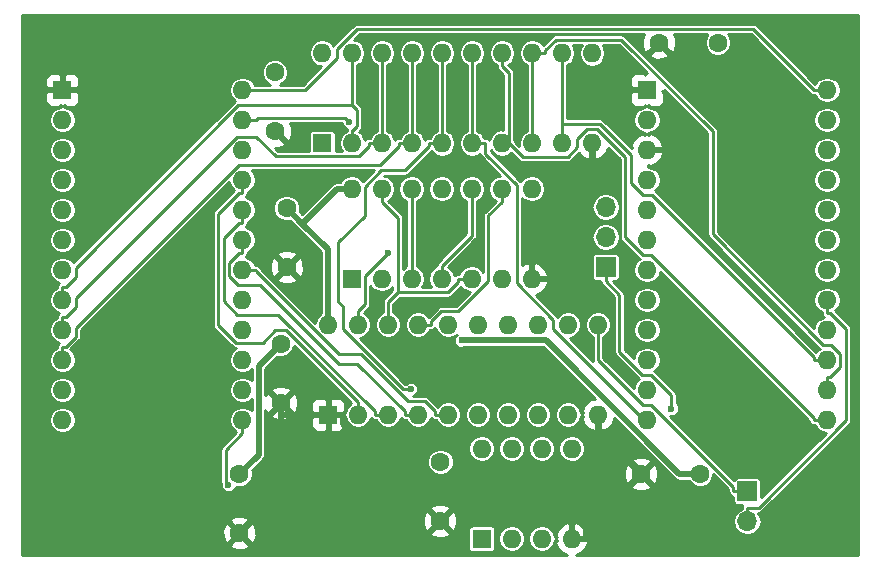
<source format=gbl>
G04 #@! TF.FileFunction,Copper,L2,Bot,Signal*
%FSLAX46Y46*%
G04 Gerber Fmt 4.6, Leading zero omitted, Abs format (unit mm)*
G04 Created by KiCad (PCBNEW 4.0.7) date 09/03/18 17:01:03*
%MOMM*%
%LPD*%
G01*
G04 APERTURE LIST*
%ADD10C,0.100000*%
%ADD11C,1.600000*%
%ADD12R,1.600000X1.600000*%
%ADD13O,1.600000X1.600000*%
%ADD14R,1.700000X1.700000*%
%ADD15O,1.700000X1.700000*%
%ADD16C,0.600000*%
%ADD17C,0.500000*%
%ADD18C,0.250000*%
%ADD19C,0.254000*%
G04 APERTURE END LIST*
D10*
D11*
X73000000Y-47000000D03*
X73000000Y-52000000D03*
X69000000Y-74500000D03*
X69000000Y-69500000D03*
X72000000Y-35500000D03*
X72000000Y-40500000D03*
X72500000Y-58500000D03*
X72500000Y-63500000D03*
X108000000Y-69500000D03*
X103000000Y-69500000D03*
X86000000Y-68500000D03*
X86000000Y-73500000D03*
X104500000Y-33000000D03*
X109500000Y-33000000D03*
D12*
X54000000Y-37000000D03*
D13*
X69240000Y-64940000D03*
X54000000Y-39540000D03*
X69240000Y-62400000D03*
X54000000Y-42080000D03*
X69240000Y-59860000D03*
X54000000Y-44620000D03*
X69240000Y-57320000D03*
X54000000Y-47160000D03*
X69240000Y-54780000D03*
X54000000Y-49700000D03*
X69240000Y-52240000D03*
X54000000Y-52240000D03*
X69240000Y-49700000D03*
X54000000Y-54780000D03*
X69240000Y-47160000D03*
X54000000Y-57320000D03*
X69240000Y-44620000D03*
X54000000Y-59860000D03*
X69240000Y-42080000D03*
X54000000Y-62400000D03*
X69240000Y-39540000D03*
X54000000Y-64940000D03*
X69240000Y-37000000D03*
D14*
X112000000Y-71000000D03*
D15*
X112000000Y-73540000D03*
D14*
X100000000Y-52000000D03*
D15*
X100000000Y-49460000D03*
X100000000Y-46920000D03*
D12*
X76000000Y-41500000D03*
D13*
X98860000Y-33880000D03*
X78540000Y-41500000D03*
X96320000Y-33880000D03*
X81080000Y-41500000D03*
X93780000Y-33880000D03*
X83620000Y-41500000D03*
X91240000Y-33880000D03*
X86160000Y-41500000D03*
X88700000Y-33880000D03*
X88700000Y-41500000D03*
X86160000Y-33880000D03*
X91240000Y-41500000D03*
X83620000Y-33880000D03*
X93780000Y-41500000D03*
X81080000Y-33880000D03*
X96320000Y-41500000D03*
X78540000Y-33880000D03*
X98860000Y-41500000D03*
X76000000Y-33880000D03*
D12*
X76500000Y-64500000D03*
D13*
X99360000Y-56880000D03*
X79040000Y-64500000D03*
X96820000Y-56880000D03*
X81580000Y-64500000D03*
X94280000Y-56880000D03*
X84120000Y-64500000D03*
X91740000Y-56880000D03*
X86660000Y-64500000D03*
X89200000Y-56880000D03*
X89200000Y-64500000D03*
X86660000Y-56880000D03*
X91740000Y-64500000D03*
X84120000Y-56880000D03*
X94280000Y-64500000D03*
X81580000Y-56880000D03*
X96820000Y-64500000D03*
X79040000Y-56880000D03*
X99360000Y-64500000D03*
X76500000Y-56880000D03*
D12*
X78500000Y-53000000D03*
D13*
X93740000Y-45380000D03*
X81040000Y-53000000D03*
X91200000Y-45380000D03*
X83580000Y-53000000D03*
X88660000Y-45380000D03*
X86120000Y-53000000D03*
X86120000Y-45380000D03*
X88660000Y-53000000D03*
X83580000Y-45380000D03*
X91200000Y-53000000D03*
X81040000Y-45380000D03*
X93740000Y-53000000D03*
X78500000Y-45380000D03*
D12*
X89500000Y-75000000D03*
D13*
X97120000Y-67380000D03*
X92040000Y-75000000D03*
X94580000Y-67380000D03*
X94580000Y-75000000D03*
X92040000Y-67380000D03*
X97120000Y-75000000D03*
X89500000Y-67380000D03*
D12*
X103500000Y-37000000D03*
D13*
X118740000Y-64940000D03*
X103500000Y-39540000D03*
X118740000Y-62400000D03*
X103500000Y-42080000D03*
X118740000Y-59860000D03*
X103500000Y-44620000D03*
X118740000Y-57320000D03*
X103500000Y-47160000D03*
X118740000Y-54780000D03*
X103500000Y-49700000D03*
X118740000Y-52240000D03*
X103500000Y-52240000D03*
X118740000Y-49700000D03*
X103500000Y-54780000D03*
X118740000Y-47160000D03*
X103500000Y-57320000D03*
X118740000Y-44620000D03*
X103500000Y-59860000D03*
X118740000Y-42080000D03*
X103500000Y-62400000D03*
X118740000Y-39540000D03*
X103500000Y-64940000D03*
X118740000Y-37000000D03*
D16*
X87800200Y-58216400D03*
X68069200Y-70456600D03*
X83497700Y-62327700D03*
X78311800Y-39725000D03*
X105576700Y-63980200D03*
X81597400Y-50819200D03*
D17*
X70622300Y-60377700D02*
X72500000Y-58500000D01*
X70622300Y-67877700D02*
X70622300Y-60377700D01*
X69000000Y-69500000D02*
X70622300Y-67877700D01*
X78500000Y-45380000D02*
X77249700Y-45380000D01*
X74314900Y-48314800D02*
X77249700Y-45380000D01*
X76500000Y-50500000D02*
X74314900Y-48314800D01*
X76500000Y-56880000D02*
X76500000Y-50500000D01*
X74314900Y-48314800D02*
X73000000Y-47000000D01*
X98860000Y-44330000D02*
X98860000Y-41500000D01*
X93740000Y-49450000D02*
X98860000Y-44330000D01*
X93740000Y-53000000D02*
X93740000Y-49450000D01*
X98370300Y-74129700D02*
X103000000Y-69500000D01*
X98370300Y-75000000D02*
X98370300Y-74129700D01*
X97120000Y-75000000D02*
X98370300Y-75000000D01*
X103000000Y-69390300D02*
X103000000Y-69500000D01*
X99360000Y-65750300D02*
X103000000Y-69390300D01*
X99360000Y-64500000D02*
X99360000Y-65750300D01*
X76500000Y-64500000D02*
X75249700Y-64500000D01*
X72500000Y-64500000D02*
X75249700Y-64500000D01*
X72500000Y-63500000D02*
X72500000Y-64500000D01*
X72500000Y-71000000D02*
X69000000Y-74500000D01*
X72500000Y-64500000D02*
X72500000Y-71000000D01*
X77750300Y-65250300D02*
X77750300Y-64500000D01*
X86000000Y-73500000D02*
X77750300Y-65250300D01*
X76500000Y-64500000D02*
X77750300Y-64500000D01*
X94957400Y-58216400D02*
X87800200Y-58216400D01*
X106241000Y-69500000D02*
X94957400Y-58216400D01*
X108000000Y-69500000D02*
X106241000Y-69500000D01*
D18*
X91240000Y-41500000D02*
X91802700Y-41500000D01*
X91240000Y-33880000D02*
X91240000Y-35005300D01*
X118740000Y-64940000D02*
X117614700Y-64940000D01*
X91802700Y-35568000D02*
X91240000Y-35005300D01*
X91802700Y-41500000D02*
X91802700Y-35568000D01*
X67834800Y-70222200D02*
X68069200Y-70456600D01*
X67834800Y-67470500D02*
X67834800Y-70222200D01*
X69240000Y-66065300D02*
X67834800Y-67470500D01*
X69240000Y-64940000D02*
X69240000Y-66065300D01*
X117614700Y-64748200D02*
X117614700Y-64940000D01*
X103836500Y-50970000D02*
X117614700Y-64748200D01*
X103160100Y-50970000D02*
X103836500Y-50970000D01*
X101654600Y-49464500D02*
X103160100Y-50970000D01*
X101654600Y-42696700D02*
X101654600Y-49464500D01*
X99305400Y-40347500D02*
X101654600Y-42696700D01*
X98399200Y-40347500D02*
X99305400Y-40347500D01*
X97590000Y-41156700D02*
X98399200Y-40347500D01*
X97590000Y-41871400D02*
X97590000Y-41156700D01*
X96788300Y-42673100D02*
X97590000Y-41871400D01*
X92975800Y-42673100D02*
X96788300Y-42673100D01*
X91802700Y-41500000D02*
X92975800Y-42673100D01*
X93780000Y-41500000D02*
X93780000Y-33880000D01*
X93780000Y-33880000D02*
X94905300Y-33880000D01*
X118740000Y-62400000D02*
X118740000Y-61274700D01*
X119021400Y-61274700D02*
X118740000Y-61274700D01*
X119865300Y-60430800D02*
X119021400Y-61274700D01*
X119865300Y-59366400D02*
X119865300Y-60430800D01*
X119088900Y-58590000D02*
X119865300Y-59366400D01*
X118412500Y-58590000D02*
X119088900Y-58590000D01*
X109058400Y-49235900D02*
X118412500Y-58590000D01*
X109058400Y-40491400D02*
X109058400Y-49235900D01*
X101313200Y-32746200D02*
X109058400Y-40491400D01*
X95757800Y-32746200D02*
X101313200Y-32746200D01*
X94905300Y-33598700D02*
X95757800Y-32746200D01*
X94905300Y-33880000D02*
X94905300Y-33598700D01*
X118740000Y-59860000D02*
X117614700Y-59860000D01*
X117614700Y-59578700D02*
X117614700Y-59860000D01*
X103926000Y-45890000D02*
X117614700Y-59578700D01*
X103172500Y-45890000D02*
X103926000Y-45890000D01*
X102159500Y-44877000D02*
X103172500Y-45890000D01*
X102159500Y-42532800D02*
X102159500Y-44877000D01*
X99483100Y-39856400D02*
X102159500Y-42532800D01*
X96320000Y-39856400D02*
X99483100Y-39856400D01*
X96320000Y-41500000D02*
X96320000Y-39856400D01*
X96320000Y-39856400D02*
X96320000Y-33880000D01*
X70365300Y-52341100D02*
X70365300Y-52240000D01*
X77385600Y-59361400D02*
X70365300Y-52341100D01*
X79254900Y-59361400D02*
X77385600Y-59361400D01*
X83268200Y-63374700D02*
X79254900Y-59361400D01*
X84690800Y-63374700D02*
X83268200Y-63374700D01*
X85534700Y-64218600D02*
X84690800Y-63374700D01*
X85534700Y-64500000D02*
X85534700Y-64218600D01*
X86660000Y-64500000D02*
X85534700Y-64500000D01*
X69240000Y-52240000D02*
X70365300Y-52240000D01*
X84120000Y-64500000D02*
X82994700Y-64500000D01*
X69240000Y-49700000D02*
X69240000Y-50825300D01*
X68958600Y-50825300D02*
X69240000Y-50825300D01*
X68114700Y-51669200D02*
X68958600Y-50825300D01*
X68114700Y-52718200D02*
X68114700Y-51669200D01*
X68906500Y-53510000D02*
X68114700Y-52718200D01*
X70767500Y-53510000D02*
X68906500Y-53510000D01*
X77431600Y-60174100D02*
X70767500Y-53510000D01*
X78950200Y-60174100D02*
X77431600Y-60174100D01*
X82994700Y-64218600D02*
X78950200Y-60174100D01*
X82994700Y-64500000D02*
X82994700Y-64218600D01*
X78540000Y-33880000D02*
X78540000Y-35005300D01*
X78540000Y-41500000D02*
X78540000Y-40374700D01*
X54000000Y-54780000D02*
X54000000Y-53654700D01*
X78540000Y-35005300D02*
X78540000Y-38270000D01*
X78961900Y-38691900D02*
X78540000Y-38270000D01*
X78961900Y-40058400D02*
X78961900Y-38691900D01*
X78645600Y-40374700D02*
X78961900Y-40058400D01*
X78540000Y-40374700D02*
X78645600Y-40374700D01*
X54281400Y-53654700D02*
X54000000Y-53654700D01*
X55125300Y-52810800D02*
X54281400Y-53654700D01*
X55125300Y-52057200D02*
X55125300Y-52810800D01*
X68912500Y-38270000D02*
X55125300Y-52057200D01*
X78540000Y-38270000D02*
X68912500Y-38270000D01*
X81580000Y-64500000D02*
X80454700Y-64500000D01*
X69240000Y-47160000D02*
X69240000Y-48285300D01*
X68958700Y-48285300D02*
X69240000Y-48285300D01*
X67662400Y-49581600D02*
X68958700Y-48285300D01*
X67662400Y-54889000D02*
X67662400Y-49581600D01*
X68823400Y-56050000D02*
X67662400Y-54889000D01*
X72297200Y-56050000D02*
X68823400Y-56050000D01*
X80454700Y-64207500D02*
X72297200Y-56050000D01*
X80454700Y-64500000D02*
X80454700Y-64207500D01*
X54000000Y-57320000D02*
X54000000Y-56194700D01*
X81080000Y-33880000D02*
X81080000Y-41500000D01*
X54281400Y-56194700D02*
X54000000Y-56194700D01*
X55125300Y-55350800D02*
X54281400Y-56194700D01*
X55125300Y-54597200D02*
X55125300Y-55350800D01*
X68771500Y-40951000D02*
X55125300Y-54597200D01*
X70391200Y-40951000D02*
X68771500Y-40951000D01*
X72065600Y-42625400D02*
X70391200Y-40951000D01*
X79110600Y-42625400D02*
X72065600Y-42625400D01*
X79954700Y-41781300D02*
X79110600Y-42625400D01*
X79954700Y-41500000D02*
X79954700Y-41781300D01*
X81080000Y-41500000D02*
X79954700Y-41500000D01*
X68958700Y-45745300D02*
X69240000Y-45745300D01*
X67189700Y-47514300D02*
X68958700Y-45745300D01*
X67189700Y-56898700D02*
X67189700Y-47514300D01*
X68736800Y-58445800D02*
X67189700Y-56898700D01*
X70962600Y-58445800D02*
X68736800Y-58445800D01*
X72039100Y-57369300D02*
X70962600Y-58445800D01*
X72963500Y-57369300D02*
X72039100Y-57369300D01*
X79040000Y-63445800D02*
X72963500Y-57369300D01*
X79040000Y-64500000D02*
X79040000Y-63445800D01*
X69240000Y-44620000D02*
X69240000Y-45745300D01*
X54000000Y-59860000D02*
X54000000Y-58734700D01*
X83620000Y-33880000D02*
X83620000Y-41500000D01*
X54281400Y-58734700D02*
X54000000Y-58734700D01*
X55125300Y-57890800D02*
X54281400Y-58734700D01*
X55125300Y-57142100D02*
X55125300Y-57890800D01*
X68917400Y-43350000D02*
X55125300Y-57142100D01*
X80926000Y-43350000D02*
X68917400Y-43350000D01*
X82494700Y-41781300D02*
X80926000Y-43350000D01*
X82494700Y-41500000D02*
X82494700Y-41781300D01*
X83620000Y-41500000D02*
X82494700Y-41500000D01*
X86160000Y-33880000D02*
X86160000Y-41500000D01*
X86160000Y-41500000D02*
X85034700Y-41500000D01*
X82858100Y-62327700D02*
X83497700Y-62327700D01*
X77770000Y-57239600D02*
X82858100Y-62327700D01*
X77770000Y-55323200D02*
X77770000Y-57239600D01*
X77374600Y-54927800D02*
X77770000Y-55323200D01*
X77374600Y-49909100D02*
X77374600Y-54927800D01*
X79625600Y-47658100D02*
X77374600Y-49909100D01*
X79625600Y-45195400D02*
X79625600Y-47658100D01*
X81020600Y-43800400D02*
X79625600Y-45195400D01*
X83015600Y-43800400D02*
X81020600Y-43800400D01*
X85034700Y-41781300D02*
X83015600Y-43800400D01*
X85034700Y-41500000D02*
X85034700Y-41781300D01*
X88660000Y-49334700D02*
X88660000Y-45380000D01*
X86120000Y-51874700D02*
X88660000Y-49334700D01*
X86120000Y-53000000D02*
X86120000Y-51874700D01*
X70534400Y-39370900D02*
X70365300Y-39540000D01*
X77957700Y-39370900D02*
X70534400Y-39370900D01*
X78311800Y-39725000D02*
X77957700Y-39370900D01*
X69240000Y-39540000D02*
X70365300Y-39540000D01*
X88700000Y-33880000D02*
X88700000Y-41500000D01*
X103282100Y-64940000D02*
X103500000Y-64940000D01*
X95578900Y-57236800D02*
X103282100Y-64940000D01*
X95578900Y-56457300D02*
X95578900Y-57236800D01*
X92470000Y-53348400D02*
X95578900Y-56457300D01*
X92470000Y-45035700D02*
X92470000Y-53348400D01*
X89825300Y-42391000D02*
X92470000Y-45035700D01*
X89825300Y-41500000D02*
X89825300Y-42391000D01*
X88700000Y-41500000D02*
X89825300Y-41500000D01*
X74552200Y-37000000D02*
X69240000Y-37000000D01*
X77270000Y-34282200D02*
X74552200Y-37000000D01*
X77270000Y-33547200D02*
X77270000Y-34282200D01*
X78975100Y-31842100D02*
X77270000Y-33547200D01*
X112456800Y-31842100D02*
X78975100Y-31842100D01*
X117614700Y-37000000D02*
X112456800Y-31842100D01*
X118740000Y-37000000D02*
X117614700Y-37000000D01*
X112000000Y-71000000D02*
X110824700Y-71000000D01*
X110824700Y-70618300D02*
X110824700Y-71000000D01*
X103876400Y-63670000D02*
X110824700Y-70618300D01*
X103176500Y-63670000D02*
X103876400Y-63670000D01*
X99360000Y-59853500D02*
X103176500Y-63670000D01*
X99360000Y-56880000D02*
X99360000Y-59853500D01*
X119021300Y-55905300D02*
X118740000Y-55905300D01*
X120352700Y-57236700D02*
X119021300Y-55905300D01*
X120352700Y-64966900D02*
X120352700Y-57236700D01*
X112954900Y-72364700D02*
X120352700Y-64966900D01*
X112000000Y-72364700D02*
X112954900Y-72364700D01*
X112000000Y-73540000D02*
X112000000Y-72364700D01*
X118740000Y-54780000D02*
X118740000Y-55905300D01*
X101175300Y-54350600D02*
X100000000Y-53175300D01*
X101175300Y-59183900D02*
X101175300Y-54350600D01*
X103121400Y-61130000D02*
X101175300Y-59183900D01*
X103868300Y-61130000D02*
X103121400Y-61130000D01*
X105576700Y-62838400D02*
X103868300Y-61130000D01*
X105576700Y-63980200D02*
X105576700Y-62838400D01*
X100000000Y-52000000D02*
X100000000Y-53175300D01*
X85245300Y-56598600D02*
X85245300Y-56880000D01*
X86089200Y-55754700D02*
X85245300Y-56598600D01*
X87518000Y-55754700D02*
X86089200Y-55754700D01*
X90074700Y-53198000D02*
X87518000Y-55754700D01*
X90074700Y-47630600D02*
X90074700Y-53198000D01*
X91200000Y-46505300D02*
X90074700Y-47630600D01*
X91200000Y-45380000D02*
X91200000Y-46505300D01*
X84120000Y-56880000D02*
X85245300Y-56880000D01*
X81040000Y-45380000D02*
X81040000Y-46505300D01*
X81580000Y-56880000D02*
X81580000Y-55754700D01*
X88660000Y-53000000D02*
X87534700Y-53000000D01*
X86674200Y-54141800D02*
X82402100Y-54141800D01*
X87534700Y-53281300D02*
X86674200Y-54141800D01*
X87534700Y-53000000D02*
X87534700Y-53281300D01*
X81580000Y-54963900D02*
X81580000Y-55754700D01*
X82402100Y-54141800D02*
X81580000Y-54963900D01*
X82402100Y-47867400D02*
X81040000Y-46505300D01*
X82402100Y-54141800D02*
X82402100Y-47867400D01*
X79040000Y-56880000D02*
X79040000Y-55754700D01*
X79625400Y-52791200D02*
X81597400Y-50819200D01*
X79625400Y-55169300D02*
X79625400Y-52791200D01*
X79040000Y-55754700D02*
X79625400Y-55169300D01*
X83580000Y-45380000D02*
X83580000Y-53000000D01*
D19*
G36*
X121373000Y-76373000D02*
X97514680Y-76373000D01*
X97857423Y-76231041D01*
X98272389Y-75855134D01*
X98511914Y-75349041D01*
X98390629Y-75127000D01*
X97247000Y-75127000D01*
X97247000Y-75147000D01*
X96993000Y-75147000D01*
X96993000Y-75127000D01*
X96973000Y-75127000D01*
X96973000Y-74873000D01*
X96993000Y-74873000D01*
X96993000Y-73730085D01*
X97247000Y-73730085D01*
X97247000Y-74873000D01*
X98390629Y-74873000D01*
X98511914Y-74650959D01*
X98272389Y-74144866D01*
X97857423Y-73768959D01*
X97469039Y-73608096D01*
X97247000Y-73730085D01*
X96993000Y-73730085D01*
X96770961Y-73608096D01*
X96382577Y-73768959D01*
X95967611Y-74144866D01*
X95728086Y-74650959D01*
X95849370Y-74872998D01*
X95686129Y-74872998D01*
X95621212Y-74546637D01*
X95376909Y-74181012D01*
X95011284Y-73936709D01*
X94580000Y-73850921D01*
X94148716Y-73936709D01*
X93783091Y-74181012D01*
X93538788Y-74546637D01*
X93453000Y-74977921D01*
X93453000Y-75022079D01*
X93538788Y-75453363D01*
X93783091Y-75818988D01*
X94148716Y-76063291D01*
X94580000Y-76149079D01*
X95011284Y-76063291D01*
X95376909Y-75818988D01*
X95621212Y-75453363D01*
X95686129Y-75127002D01*
X95849370Y-75127002D01*
X95728086Y-75349041D01*
X95967611Y-75855134D01*
X96382577Y-76231041D01*
X96725320Y-76373000D01*
X50627000Y-76373000D01*
X50627000Y-75507745D01*
X68171861Y-75507745D01*
X68245995Y-75753864D01*
X68783223Y-75946965D01*
X69353454Y-75919778D01*
X69754005Y-75753864D01*
X69828139Y-75507745D01*
X69000000Y-74679605D01*
X68171861Y-75507745D01*
X50627000Y-75507745D01*
X50627000Y-74283223D01*
X67553035Y-74283223D01*
X67580222Y-74853454D01*
X67746136Y-75254005D01*
X67992255Y-75328139D01*
X68820395Y-74500000D01*
X69179605Y-74500000D01*
X70007745Y-75328139D01*
X70253864Y-75254005D01*
X70446965Y-74716777D01*
X70436999Y-74507745D01*
X85171861Y-74507745D01*
X85245995Y-74753864D01*
X85783223Y-74946965D01*
X86353454Y-74919778D01*
X86754005Y-74753864D01*
X86828139Y-74507745D01*
X86000000Y-73679605D01*
X85171861Y-74507745D01*
X70436999Y-74507745D01*
X70419778Y-74146546D01*
X70253864Y-73745995D01*
X70007745Y-73671861D01*
X69179605Y-74500000D01*
X68820395Y-74500000D01*
X67992255Y-73671861D01*
X67746136Y-73745995D01*
X67553035Y-74283223D01*
X50627000Y-74283223D01*
X50627000Y-73492255D01*
X68171861Y-73492255D01*
X69000000Y-74320395D01*
X69828139Y-73492255D01*
X69765177Y-73283223D01*
X84553035Y-73283223D01*
X84580222Y-73853454D01*
X84746136Y-74254005D01*
X84992255Y-74328139D01*
X85820395Y-73500000D01*
X86179605Y-73500000D01*
X87007745Y-74328139D01*
X87253864Y-74254005D01*
X87273275Y-74200000D01*
X88366594Y-74200000D01*
X88366594Y-75800000D01*
X88389395Y-75921179D01*
X88461012Y-76032474D01*
X88570286Y-76107138D01*
X88700000Y-76133406D01*
X90300000Y-76133406D01*
X90421179Y-76110605D01*
X90532474Y-76038988D01*
X90607138Y-75929714D01*
X90633406Y-75800000D01*
X90633406Y-74977921D01*
X90913000Y-74977921D01*
X90913000Y-75022079D01*
X90998788Y-75453363D01*
X91243091Y-75818988D01*
X91608716Y-76063291D01*
X92040000Y-76149079D01*
X92471284Y-76063291D01*
X92836909Y-75818988D01*
X93081212Y-75453363D01*
X93167000Y-75022079D01*
X93167000Y-74977921D01*
X93081212Y-74546637D01*
X92836909Y-74181012D01*
X92471284Y-73936709D01*
X92040000Y-73850921D01*
X91608716Y-73936709D01*
X91243091Y-74181012D01*
X90998788Y-74546637D01*
X90913000Y-74977921D01*
X90633406Y-74977921D01*
X90633406Y-74200000D01*
X90610605Y-74078821D01*
X90538988Y-73967526D01*
X90429714Y-73892862D01*
X90300000Y-73866594D01*
X88700000Y-73866594D01*
X88578821Y-73889395D01*
X88467526Y-73961012D01*
X88392862Y-74070286D01*
X88366594Y-74200000D01*
X87273275Y-74200000D01*
X87446965Y-73716777D01*
X87419778Y-73146546D01*
X87253864Y-72745995D01*
X87007745Y-72671861D01*
X86179605Y-73500000D01*
X85820395Y-73500000D01*
X84992255Y-72671861D01*
X84746136Y-72745995D01*
X84553035Y-73283223D01*
X69765177Y-73283223D01*
X69754005Y-73246136D01*
X69216777Y-73053035D01*
X68646546Y-73080222D01*
X68245995Y-73246136D01*
X68171861Y-73492255D01*
X50627000Y-73492255D01*
X50627000Y-72492255D01*
X85171861Y-72492255D01*
X86000000Y-73320395D01*
X86828139Y-72492255D01*
X86754005Y-72246136D01*
X86216777Y-72053035D01*
X85646546Y-72080222D01*
X85245995Y-72246136D01*
X85171861Y-72492255D01*
X50627000Y-72492255D01*
X50627000Y-64940000D01*
X52850921Y-64940000D01*
X52936709Y-65371284D01*
X53181012Y-65736909D01*
X53546637Y-65981212D01*
X53977921Y-66067000D01*
X54022079Y-66067000D01*
X54453363Y-65981212D01*
X54818988Y-65736909D01*
X55063291Y-65371284D01*
X55149079Y-64940000D01*
X55063291Y-64508716D01*
X54818988Y-64143091D01*
X54453363Y-63898788D01*
X54022079Y-63813000D01*
X53977921Y-63813000D01*
X53546637Y-63898788D01*
X53181012Y-64143091D01*
X52936709Y-64508716D01*
X52850921Y-64940000D01*
X50627000Y-64940000D01*
X50627000Y-62400000D01*
X52850921Y-62400000D01*
X52936709Y-62831284D01*
X53181012Y-63196909D01*
X53546637Y-63441212D01*
X53977921Y-63527000D01*
X54022079Y-63527000D01*
X54453363Y-63441212D01*
X54818988Y-63196909D01*
X55063291Y-62831284D01*
X55149079Y-62400000D01*
X55063291Y-61968716D01*
X54818988Y-61603091D01*
X54453363Y-61358788D01*
X54022079Y-61273000D01*
X53977921Y-61273000D01*
X53546637Y-61358788D01*
X53181012Y-61603091D01*
X52936709Y-61968716D01*
X52850921Y-62400000D01*
X50627000Y-62400000D01*
X50627000Y-52240000D01*
X52850921Y-52240000D01*
X52936709Y-52671284D01*
X53181012Y-53036909D01*
X53546637Y-53281212D01*
X53711839Y-53314073D01*
X53680388Y-53335088D01*
X53582406Y-53481727D01*
X53548000Y-53654700D01*
X53548000Y-53738517D01*
X53546637Y-53738788D01*
X53181012Y-53983091D01*
X52936709Y-54348716D01*
X52850921Y-54780000D01*
X52936709Y-55211284D01*
X53181012Y-55576909D01*
X53546637Y-55821212D01*
X53711839Y-55854073D01*
X53680388Y-55875088D01*
X53582406Y-56021727D01*
X53548000Y-56194700D01*
X53548000Y-56278517D01*
X53546637Y-56278788D01*
X53181012Y-56523091D01*
X52936709Y-56888716D01*
X52850921Y-57320000D01*
X52936709Y-57751284D01*
X53181012Y-58116909D01*
X53546637Y-58361212D01*
X53711839Y-58394073D01*
X53680388Y-58415088D01*
X53582406Y-58561727D01*
X53548000Y-58734700D01*
X53548000Y-58818517D01*
X53546637Y-58818788D01*
X53181012Y-59063091D01*
X52936709Y-59428716D01*
X52850921Y-59860000D01*
X52936709Y-60291284D01*
X53181012Y-60656909D01*
X53546637Y-60901212D01*
X53977921Y-60987000D01*
X54022079Y-60987000D01*
X54453363Y-60901212D01*
X54818988Y-60656909D01*
X55063291Y-60291284D01*
X55149079Y-59860000D01*
X55063291Y-59428716D01*
X54818988Y-59063091D01*
X54683058Y-58972266D01*
X55444912Y-58210412D01*
X55542894Y-58063773D01*
X55577300Y-57890800D01*
X55577300Y-57329324D01*
X68123390Y-44783234D01*
X68176709Y-45051284D01*
X68421012Y-45416909D01*
X68557002Y-45507774D01*
X66870088Y-47194688D01*
X66772106Y-47341327D01*
X66737700Y-47514300D01*
X66737700Y-56898700D01*
X66772106Y-57071673D01*
X66870088Y-57218312D01*
X68417188Y-58765412D01*
X68563827Y-58863394D01*
X68684081Y-58887314D01*
X68421012Y-59063091D01*
X68176709Y-59428716D01*
X68090921Y-59860000D01*
X68176709Y-60291284D01*
X68421012Y-60656909D01*
X68786637Y-60901212D01*
X69217921Y-60987000D01*
X69262079Y-60987000D01*
X69693363Y-60901212D01*
X70045300Y-60666055D01*
X70045300Y-61593945D01*
X69693363Y-61358788D01*
X69262079Y-61273000D01*
X69217921Y-61273000D01*
X68786637Y-61358788D01*
X68421012Y-61603091D01*
X68176709Y-61968716D01*
X68090921Y-62400000D01*
X68176709Y-62831284D01*
X68421012Y-63196909D01*
X68786637Y-63441212D01*
X69217921Y-63527000D01*
X69262079Y-63527000D01*
X69693363Y-63441212D01*
X70045300Y-63206055D01*
X70045300Y-64133945D01*
X69693363Y-63898788D01*
X69262079Y-63813000D01*
X69217921Y-63813000D01*
X68786637Y-63898788D01*
X68421012Y-64143091D01*
X68176709Y-64508716D01*
X68090921Y-64940000D01*
X68176709Y-65371284D01*
X68421012Y-65736909D01*
X68725629Y-65940447D01*
X67515188Y-67150888D01*
X67417206Y-67297527D01*
X67382800Y-67470500D01*
X67382800Y-70222200D01*
X67417206Y-70395173D01*
X67442220Y-70432609D01*
X67442091Y-70580771D01*
X67537345Y-70811303D01*
X67713569Y-70987835D01*
X67943935Y-71083491D01*
X68193371Y-71083709D01*
X68423903Y-70988455D01*
X68600435Y-70812231D01*
X68691756Y-70592304D01*
X68774842Y-70626804D01*
X69223191Y-70627195D01*
X69512281Y-70507745D01*
X102171861Y-70507745D01*
X102245995Y-70753864D01*
X102783223Y-70946965D01*
X103353454Y-70919778D01*
X103754005Y-70753864D01*
X103828139Y-70507745D01*
X103000000Y-69679605D01*
X102171861Y-70507745D01*
X69512281Y-70507745D01*
X69637560Y-70455981D01*
X69954867Y-70139228D01*
X70126804Y-69725158D01*
X70127195Y-69276809D01*
X70101465Y-69214537D01*
X70592810Y-68723191D01*
X84872805Y-68723191D01*
X85044019Y-69137560D01*
X85360772Y-69454867D01*
X85774842Y-69626804D01*
X86223191Y-69627195D01*
X86637560Y-69455981D01*
X86810620Y-69283223D01*
X101553035Y-69283223D01*
X101580222Y-69853454D01*
X101746136Y-70254005D01*
X101992255Y-70328139D01*
X102820395Y-69500000D01*
X103179605Y-69500000D01*
X104007745Y-70328139D01*
X104253864Y-70254005D01*
X104446965Y-69716777D01*
X104419778Y-69146546D01*
X104253864Y-68745995D01*
X104007745Y-68671861D01*
X103179605Y-69500000D01*
X102820395Y-69500000D01*
X101992255Y-68671861D01*
X101746136Y-68745995D01*
X101553035Y-69283223D01*
X86810620Y-69283223D01*
X86954867Y-69139228D01*
X87126804Y-68725158D01*
X87127195Y-68276809D01*
X86955981Y-67862440D01*
X86639228Y-67545133D01*
X86225158Y-67373196D01*
X85776809Y-67372805D01*
X85362440Y-67544019D01*
X85045133Y-67860772D01*
X84873196Y-68274842D01*
X84872805Y-68723191D01*
X70592810Y-68723191D01*
X71030298Y-68285703D01*
X71030301Y-68285701D01*
X71155378Y-68098508D01*
X71190389Y-67922500D01*
X71199301Y-67877700D01*
X71199300Y-67877695D01*
X71199300Y-67357921D01*
X88373000Y-67357921D01*
X88373000Y-67402079D01*
X88458788Y-67833363D01*
X88703091Y-68198988D01*
X89068716Y-68443291D01*
X89500000Y-68529079D01*
X89931284Y-68443291D01*
X90296909Y-68198988D01*
X90541212Y-67833363D01*
X90627000Y-67402079D01*
X90627000Y-67357921D01*
X90913000Y-67357921D01*
X90913000Y-67402079D01*
X90998788Y-67833363D01*
X91243091Y-68198988D01*
X91608716Y-68443291D01*
X92040000Y-68529079D01*
X92471284Y-68443291D01*
X92836909Y-68198988D01*
X93081212Y-67833363D01*
X93167000Y-67402079D01*
X93167000Y-67357921D01*
X93453000Y-67357921D01*
X93453000Y-67402079D01*
X93538788Y-67833363D01*
X93783091Y-68198988D01*
X94148716Y-68443291D01*
X94580000Y-68529079D01*
X95011284Y-68443291D01*
X95376909Y-68198988D01*
X95621212Y-67833363D01*
X95707000Y-67402079D01*
X95707000Y-67357921D01*
X95993000Y-67357921D01*
X95993000Y-67402079D01*
X96078788Y-67833363D01*
X96323091Y-68198988D01*
X96688716Y-68443291D01*
X97120000Y-68529079D01*
X97305126Y-68492255D01*
X102171861Y-68492255D01*
X103000000Y-69320395D01*
X103828139Y-68492255D01*
X103754005Y-68246136D01*
X103216777Y-68053035D01*
X102646546Y-68080222D01*
X102245995Y-68246136D01*
X102171861Y-68492255D01*
X97305126Y-68492255D01*
X97551284Y-68443291D01*
X97916909Y-68198988D01*
X98161212Y-67833363D01*
X98247000Y-67402079D01*
X98247000Y-67357921D01*
X98161212Y-66926637D01*
X97916909Y-66561012D01*
X97551284Y-66316709D01*
X97120000Y-66230921D01*
X96688716Y-66316709D01*
X96323091Y-66561012D01*
X96078788Y-66926637D01*
X95993000Y-67357921D01*
X95707000Y-67357921D01*
X95621212Y-66926637D01*
X95376909Y-66561012D01*
X95011284Y-66316709D01*
X94580000Y-66230921D01*
X94148716Y-66316709D01*
X93783091Y-66561012D01*
X93538788Y-66926637D01*
X93453000Y-67357921D01*
X93167000Y-67357921D01*
X93081212Y-66926637D01*
X92836909Y-66561012D01*
X92471284Y-66316709D01*
X92040000Y-66230921D01*
X91608716Y-66316709D01*
X91243091Y-66561012D01*
X90998788Y-66926637D01*
X90913000Y-67357921D01*
X90627000Y-67357921D01*
X90541212Y-66926637D01*
X90296909Y-66561012D01*
X89931284Y-66316709D01*
X89500000Y-66230921D01*
X89068716Y-66316709D01*
X88703091Y-66561012D01*
X88458788Y-66926637D01*
X88373000Y-67357921D01*
X71199300Y-67357921D01*
X71199300Y-64507745D01*
X71671861Y-64507745D01*
X71745995Y-64753864D01*
X72283223Y-64946965D01*
X72853454Y-64919778D01*
X73177025Y-64785750D01*
X75065000Y-64785750D01*
X75065000Y-65426309D01*
X75161673Y-65659698D01*
X75340301Y-65838327D01*
X75573690Y-65935000D01*
X76214250Y-65935000D01*
X76373000Y-65776250D01*
X76373000Y-64627000D01*
X75223750Y-64627000D01*
X75065000Y-64785750D01*
X73177025Y-64785750D01*
X73254005Y-64753864D01*
X73328139Y-64507745D01*
X72500000Y-63679605D01*
X71671861Y-64507745D01*
X71199300Y-64507745D01*
X71199300Y-64140933D01*
X71246136Y-64254005D01*
X71492255Y-64328139D01*
X72320395Y-63500000D01*
X72679605Y-63500000D01*
X73507745Y-64328139D01*
X73753864Y-64254005D01*
X73946965Y-63716777D01*
X73940144Y-63573691D01*
X75065000Y-63573691D01*
X75065000Y-64214250D01*
X75223750Y-64373000D01*
X76373000Y-64373000D01*
X76373000Y-63223750D01*
X76214250Y-63065000D01*
X75573690Y-63065000D01*
X75340301Y-63161673D01*
X75161673Y-63340302D01*
X75065000Y-63573691D01*
X73940144Y-63573691D01*
X73919778Y-63146546D01*
X73753864Y-62745995D01*
X73507745Y-62671861D01*
X72679605Y-63500000D01*
X72320395Y-63500000D01*
X71492255Y-62671861D01*
X71246136Y-62745995D01*
X71199300Y-62876298D01*
X71199300Y-62492255D01*
X71671861Y-62492255D01*
X72500000Y-63320395D01*
X73328139Y-62492255D01*
X73254005Y-62246136D01*
X72716777Y-62053035D01*
X72146546Y-62080222D01*
X71745995Y-62246136D01*
X71671861Y-62492255D01*
X71199300Y-62492255D01*
X71199300Y-60616702D01*
X72214326Y-59601675D01*
X72274842Y-59626804D01*
X72723191Y-59627195D01*
X73137560Y-59455981D01*
X73454867Y-59139228D01*
X73626804Y-58725158D01*
X73626850Y-58671874D01*
X78478615Y-63523639D01*
X78243091Y-63681012D01*
X77998788Y-64046637D01*
X77933871Y-64372998D01*
X77776252Y-64372998D01*
X77935000Y-64214250D01*
X77935000Y-63573691D01*
X77838327Y-63340302D01*
X77659699Y-63161673D01*
X77426310Y-63065000D01*
X76785750Y-63065000D01*
X76627000Y-63223750D01*
X76627000Y-64373000D01*
X76647000Y-64373000D01*
X76647000Y-64627000D01*
X76627000Y-64627000D01*
X76627000Y-65776250D01*
X76785750Y-65935000D01*
X77426310Y-65935000D01*
X77659699Y-65838327D01*
X77838327Y-65659698D01*
X77935000Y-65426309D01*
X77935000Y-64785750D01*
X77776252Y-64627002D01*
X77933871Y-64627002D01*
X77998788Y-64953363D01*
X78243091Y-65318988D01*
X78608716Y-65563291D01*
X79040000Y-65649079D01*
X79471284Y-65563291D01*
X79836909Y-65318988D01*
X80081212Y-64953363D01*
X80114073Y-64788161D01*
X80135088Y-64819612D01*
X80281727Y-64917594D01*
X80454700Y-64952000D01*
X80538517Y-64952000D01*
X80538788Y-64953363D01*
X80783091Y-65318988D01*
X81148716Y-65563291D01*
X81580000Y-65649079D01*
X82011284Y-65563291D01*
X82376909Y-65318988D01*
X82621212Y-64953363D01*
X82654073Y-64788161D01*
X82675088Y-64819612D01*
X82821727Y-64917594D01*
X82994700Y-64952000D01*
X83078517Y-64952000D01*
X83078788Y-64953363D01*
X83323091Y-65318988D01*
X83688716Y-65563291D01*
X84120000Y-65649079D01*
X84551284Y-65563291D01*
X84916909Y-65318988D01*
X85161212Y-64953363D01*
X85194073Y-64788161D01*
X85215088Y-64819612D01*
X85361727Y-64917594D01*
X85534700Y-64952000D01*
X85618517Y-64952000D01*
X85618788Y-64953363D01*
X85863091Y-65318988D01*
X86228716Y-65563291D01*
X86660000Y-65649079D01*
X87091284Y-65563291D01*
X87456909Y-65318988D01*
X87701212Y-64953363D01*
X87787000Y-64522079D01*
X87787000Y-64477921D01*
X88073000Y-64477921D01*
X88073000Y-64522079D01*
X88158788Y-64953363D01*
X88403091Y-65318988D01*
X88768716Y-65563291D01*
X89200000Y-65649079D01*
X89631284Y-65563291D01*
X89996909Y-65318988D01*
X90241212Y-64953363D01*
X90327000Y-64522079D01*
X90327000Y-64477921D01*
X90613000Y-64477921D01*
X90613000Y-64522079D01*
X90698788Y-64953363D01*
X90943091Y-65318988D01*
X91308716Y-65563291D01*
X91740000Y-65649079D01*
X92171284Y-65563291D01*
X92536909Y-65318988D01*
X92781212Y-64953363D01*
X92867000Y-64522079D01*
X92867000Y-64477921D01*
X93153000Y-64477921D01*
X93153000Y-64522079D01*
X93238788Y-64953363D01*
X93483091Y-65318988D01*
X93848716Y-65563291D01*
X94280000Y-65649079D01*
X94711284Y-65563291D01*
X95076909Y-65318988D01*
X95321212Y-64953363D01*
X95407000Y-64522079D01*
X95407000Y-64477921D01*
X95321212Y-64046637D01*
X95076909Y-63681012D01*
X94711284Y-63436709D01*
X94280000Y-63350921D01*
X93848716Y-63436709D01*
X93483091Y-63681012D01*
X93238788Y-64046637D01*
X93153000Y-64477921D01*
X92867000Y-64477921D01*
X92781212Y-64046637D01*
X92536909Y-63681012D01*
X92171284Y-63436709D01*
X91740000Y-63350921D01*
X91308716Y-63436709D01*
X90943091Y-63681012D01*
X90698788Y-64046637D01*
X90613000Y-64477921D01*
X90327000Y-64477921D01*
X90241212Y-64046637D01*
X89996909Y-63681012D01*
X89631284Y-63436709D01*
X89200000Y-63350921D01*
X88768716Y-63436709D01*
X88403091Y-63681012D01*
X88158788Y-64046637D01*
X88073000Y-64477921D01*
X87787000Y-64477921D01*
X87701212Y-64046637D01*
X87456909Y-63681012D01*
X87091284Y-63436709D01*
X86660000Y-63350921D01*
X86228716Y-63436709D01*
X85863091Y-63681012D01*
X85772266Y-63816942D01*
X85010412Y-63055088D01*
X84863773Y-62957106D01*
X84690800Y-62922700D01*
X83699581Y-62922700D01*
X83852403Y-62859555D01*
X84028935Y-62683331D01*
X84124591Y-62452965D01*
X84124809Y-62203529D01*
X84029555Y-61972997D01*
X83853331Y-61796465D01*
X83622965Y-61700809D01*
X83373529Y-61700591D01*
X83142997Y-61795845D01*
X83063002Y-61875700D01*
X83045324Y-61875700D01*
X79172372Y-58002748D01*
X79471284Y-57943291D01*
X79836909Y-57698988D01*
X80081212Y-57333363D01*
X80167000Y-56902079D01*
X80167000Y-56857921D01*
X80081212Y-56426637D01*
X79836909Y-56061012D01*
X79558763Y-55875161D01*
X79945013Y-55488912D01*
X80042994Y-55342273D01*
X80077400Y-55169300D01*
X80077400Y-53571014D01*
X80243091Y-53818988D01*
X80608716Y-54063291D01*
X81040000Y-54149079D01*
X81471284Y-54063291D01*
X81836909Y-53818988D01*
X81950100Y-53649586D01*
X81950100Y-53954576D01*
X81260388Y-54644288D01*
X81162406Y-54790927D01*
X81128000Y-54963900D01*
X81128000Y-55830551D01*
X80783091Y-56061012D01*
X80538788Y-56426637D01*
X80453000Y-56857921D01*
X80453000Y-56902079D01*
X80538788Y-57333363D01*
X80783091Y-57698988D01*
X81148716Y-57943291D01*
X81580000Y-58029079D01*
X82011284Y-57943291D01*
X82376909Y-57698988D01*
X82621212Y-57333363D01*
X82707000Y-56902079D01*
X82707000Y-56857921D01*
X82621212Y-56426637D01*
X82376909Y-56061012D01*
X82032000Y-55830551D01*
X82032000Y-55151124D01*
X82589324Y-54593800D01*
X86674200Y-54593800D01*
X86847173Y-54559394D01*
X86993812Y-54461412D01*
X87772226Y-53682998D01*
X87863091Y-53818988D01*
X88228716Y-54063291D01*
X88513531Y-54119945D01*
X87330776Y-55302700D01*
X86089200Y-55302700D01*
X85916227Y-55337106D01*
X85769588Y-55435088D01*
X85007734Y-56196942D01*
X84916909Y-56061012D01*
X84551284Y-55816709D01*
X84120000Y-55730921D01*
X83688716Y-55816709D01*
X83323091Y-56061012D01*
X83078788Y-56426637D01*
X82993000Y-56857921D01*
X82993000Y-56902079D01*
X83078788Y-57333363D01*
X83323091Y-57698988D01*
X83688716Y-57943291D01*
X84120000Y-58029079D01*
X84551284Y-57943291D01*
X84916909Y-57698988D01*
X85161212Y-57333363D01*
X85161483Y-57332000D01*
X85245300Y-57332000D01*
X85418273Y-57297594D01*
X85564912Y-57199612D01*
X85585927Y-57168161D01*
X85618788Y-57333363D01*
X85863091Y-57698988D01*
X86228716Y-57943291D01*
X86660000Y-58029079D01*
X87091284Y-57943291D01*
X87378639Y-57751286D01*
X87268965Y-57860769D01*
X87173309Y-58091135D01*
X87173091Y-58340571D01*
X87268345Y-58571103D01*
X87444569Y-58747635D01*
X87674935Y-58843291D01*
X87924371Y-58843509D01*
X88045644Y-58793400D01*
X94718398Y-58793400D01*
X99060080Y-63135082D01*
X99010961Y-63108096D01*
X98622577Y-63268959D01*
X98207611Y-63644866D01*
X97968086Y-64150959D01*
X98089370Y-64372998D01*
X97926129Y-64372998D01*
X97861212Y-64046637D01*
X97616909Y-63681012D01*
X97251284Y-63436709D01*
X96820000Y-63350921D01*
X96388716Y-63436709D01*
X96023091Y-63681012D01*
X95778788Y-64046637D01*
X95693000Y-64477921D01*
X95693000Y-64522079D01*
X95778788Y-64953363D01*
X96023091Y-65318988D01*
X96388716Y-65563291D01*
X96820000Y-65649079D01*
X97251284Y-65563291D01*
X97616909Y-65318988D01*
X97861212Y-64953363D01*
X97926129Y-64627002D01*
X98089370Y-64627002D01*
X97968086Y-64849041D01*
X98207611Y-65355134D01*
X98622577Y-65731041D01*
X99010961Y-65891904D01*
X99233000Y-65769915D01*
X99233000Y-64627000D01*
X99213000Y-64627000D01*
X99213000Y-64373000D01*
X99233000Y-64373000D01*
X99233000Y-64353000D01*
X99487000Y-64353000D01*
X99487000Y-64373000D01*
X99507000Y-64373000D01*
X99507000Y-64627000D01*
X99487000Y-64627000D01*
X99487000Y-65769915D01*
X99709039Y-65891904D01*
X100097423Y-65731041D01*
X100512389Y-65355134D01*
X100751914Y-64849041D01*
X100725281Y-64800283D01*
X105832999Y-69908001D01*
X106020192Y-70033078D01*
X106241000Y-70077000D01*
X107018996Y-70077000D01*
X107044019Y-70137560D01*
X107360772Y-70454867D01*
X107774842Y-70626804D01*
X108223191Y-70627195D01*
X108637560Y-70455981D01*
X108954867Y-70139228D01*
X109126804Y-69725158D01*
X109126948Y-69559772D01*
X110372700Y-70805524D01*
X110372700Y-71000000D01*
X110407106Y-71172973D01*
X110505088Y-71319612D01*
X110651727Y-71417594D01*
X110816594Y-71450388D01*
X110816594Y-71850000D01*
X110839395Y-71971179D01*
X110911012Y-72082474D01*
X111020286Y-72157138D01*
X111150000Y-72183406D01*
X111587966Y-72183406D01*
X111582406Y-72191727D01*
X111548000Y-72364700D01*
X111548000Y-72448322D01*
X111526523Y-72452594D01*
X111144676Y-72707735D01*
X110889535Y-73089582D01*
X110799941Y-73540000D01*
X110889535Y-73990418D01*
X111144676Y-74372265D01*
X111526523Y-74627406D01*
X111976941Y-74717000D01*
X112023059Y-74717000D01*
X112473477Y-74627406D01*
X112855324Y-74372265D01*
X113110465Y-73990418D01*
X113200059Y-73540000D01*
X113110465Y-73089582D01*
X112928132Y-72816700D01*
X112954900Y-72816700D01*
X113127873Y-72782294D01*
X113274512Y-72684312D01*
X120672312Y-65286512D01*
X120770294Y-65139873D01*
X120804700Y-64966900D01*
X120804700Y-57236700D01*
X120770294Y-57063727D01*
X120672312Y-56917088D01*
X119422998Y-55667774D01*
X119558988Y-55576909D01*
X119803291Y-55211284D01*
X119889079Y-54780000D01*
X119803291Y-54348716D01*
X119558988Y-53983091D01*
X119193363Y-53738788D01*
X118762079Y-53653000D01*
X118717921Y-53653000D01*
X118286637Y-53738788D01*
X117921012Y-53983091D01*
X117676709Y-54348716D01*
X117590921Y-54780000D01*
X117676709Y-55211284D01*
X117921012Y-55576909D01*
X118286637Y-55821212D01*
X118288000Y-55821483D01*
X118288000Y-55905300D01*
X118322406Y-56078273D01*
X118420388Y-56224912D01*
X118451839Y-56245927D01*
X118286637Y-56278788D01*
X117921012Y-56523091D01*
X117676709Y-56888716D01*
X117622577Y-57160853D01*
X112701724Y-52240000D01*
X117590921Y-52240000D01*
X117676709Y-52671284D01*
X117921012Y-53036909D01*
X118286637Y-53281212D01*
X118717921Y-53367000D01*
X118762079Y-53367000D01*
X119193363Y-53281212D01*
X119558988Y-53036909D01*
X119803291Y-52671284D01*
X119889079Y-52240000D01*
X119803291Y-51808716D01*
X119558988Y-51443091D01*
X119193363Y-51198788D01*
X118762079Y-51113000D01*
X118717921Y-51113000D01*
X118286637Y-51198788D01*
X117921012Y-51443091D01*
X117676709Y-51808716D01*
X117590921Y-52240000D01*
X112701724Y-52240000D01*
X110161724Y-49700000D01*
X117590921Y-49700000D01*
X117676709Y-50131284D01*
X117921012Y-50496909D01*
X118286637Y-50741212D01*
X118717921Y-50827000D01*
X118762079Y-50827000D01*
X119193363Y-50741212D01*
X119558988Y-50496909D01*
X119803291Y-50131284D01*
X119889079Y-49700000D01*
X119803291Y-49268716D01*
X119558988Y-48903091D01*
X119193363Y-48658788D01*
X118762079Y-48573000D01*
X118717921Y-48573000D01*
X118286637Y-48658788D01*
X117921012Y-48903091D01*
X117676709Y-49268716D01*
X117590921Y-49700000D01*
X110161724Y-49700000D01*
X109510400Y-49048676D01*
X109510400Y-47160000D01*
X117590921Y-47160000D01*
X117676709Y-47591284D01*
X117921012Y-47956909D01*
X118286637Y-48201212D01*
X118717921Y-48287000D01*
X118762079Y-48287000D01*
X119193363Y-48201212D01*
X119558988Y-47956909D01*
X119803291Y-47591284D01*
X119889079Y-47160000D01*
X119803291Y-46728716D01*
X119558988Y-46363091D01*
X119193363Y-46118788D01*
X118762079Y-46033000D01*
X118717921Y-46033000D01*
X118286637Y-46118788D01*
X117921012Y-46363091D01*
X117676709Y-46728716D01*
X117590921Y-47160000D01*
X109510400Y-47160000D01*
X109510400Y-44620000D01*
X117590921Y-44620000D01*
X117676709Y-45051284D01*
X117921012Y-45416909D01*
X118286637Y-45661212D01*
X118717921Y-45747000D01*
X118762079Y-45747000D01*
X119193363Y-45661212D01*
X119558988Y-45416909D01*
X119803291Y-45051284D01*
X119889079Y-44620000D01*
X119803291Y-44188716D01*
X119558988Y-43823091D01*
X119193363Y-43578788D01*
X118762079Y-43493000D01*
X118717921Y-43493000D01*
X118286637Y-43578788D01*
X117921012Y-43823091D01*
X117676709Y-44188716D01*
X117590921Y-44620000D01*
X109510400Y-44620000D01*
X109510400Y-42080000D01*
X117590921Y-42080000D01*
X117676709Y-42511284D01*
X117921012Y-42876909D01*
X118286637Y-43121212D01*
X118717921Y-43207000D01*
X118762079Y-43207000D01*
X119193363Y-43121212D01*
X119558988Y-42876909D01*
X119803291Y-42511284D01*
X119889079Y-42080000D01*
X119803291Y-41648716D01*
X119558988Y-41283091D01*
X119193363Y-41038788D01*
X118762079Y-40953000D01*
X118717921Y-40953000D01*
X118286637Y-41038788D01*
X117921012Y-41283091D01*
X117676709Y-41648716D01*
X117590921Y-42080000D01*
X109510400Y-42080000D01*
X109510400Y-40491400D01*
X109475994Y-40318427D01*
X109378012Y-40171788D01*
X108746224Y-39540000D01*
X117590921Y-39540000D01*
X117676709Y-39971284D01*
X117921012Y-40336909D01*
X118286637Y-40581212D01*
X118717921Y-40667000D01*
X118762079Y-40667000D01*
X119193363Y-40581212D01*
X119558988Y-40336909D01*
X119803291Y-39971284D01*
X119889079Y-39540000D01*
X119803291Y-39108716D01*
X119558988Y-38743091D01*
X119193363Y-38498788D01*
X118762079Y-38413000D01*
X118717921Y-38413000D01*
X118286637Y-38498788D01*
X117921012Y-38743091D01*
X117676709Y-39108716D01*
X117590921Y-39540000D01*
X108746224Y-39540000D01*
X103213969Y-34007745D01*
X103671861Y-34007745D01*
X103745995Y-34253864D01*
X104283223Y-34446965D01*
X104853454Y-34419778D01*
X105254005Y-34253864D01*
X105328139Y-34007745D01*
X104500000Y-33179605D01*
X103671861Y-34007745D01*
X103213969Y-34007745D01*
X101632812Y-32426588D01*
X101486173Y-32328606D01*
X101313200Y-32294200D01*
X95757800Y-32294200D01*
X95584827Y-32328606D01*
X95438188Y-32426588D01*
X94667774Y-33197002D01*
X94576909Y-33061012D01*
X94211284Y-32816709D01*
X93780000Y-32730921D01*
X93348716Y-32816709D01*
X92983091Y-33061012D01*
X92738788Y-33426637D01*
X92653000Y-33857921D01*
X92653000Y-33902079D01*
X92738788Y-34333363D01*
X92983091Y-34698988D01*
X93328000Y-34929449D01*
X93328000Y-40450551D01*
X92983091Y-40681012D01*
X92738788Y-41046637D01*
X92653000Y-41477921D01*
X92653000Y-41522079D01*
X92699929Y-41758005D01*
X92353878Y-41411954D01*
X92281212Y-41046637D01*
X92254700Y-41006959D01*
X92254700Y-35568000D01*
X92220294Y-35395027D01*
X92122312Y-35248388D01*
X91758763Y-34884839D01*
X92036909Y-34698988D01*
X92281212Y-34333363D01*
X92367000Y-33902079D01*
X92367000Y-33857921D01*
X92281212Y-33426637D01*
X92036909Y-33061012D01*
X91671284Y-32816709D01*
X91240000Y-32730921D01*
X90808716Y-32816709D01*
X90443091Y-33061012D01*
X90198788Y-33426637D01*
X90113000Y-33857921D01*
X90113000Y-33902079D01*
X90198788Y-34333363D01*
X90443091Y-34698988D01*
X90788000Y-34929449D01*
X90788000Y-35005300D01*
X90822406Y-35178273D01*
X90920388Y-35324912D01*
X91350700Y-35755224D01*
X91350700Y-40372941D01*
X91240000Y-40350921D01*
X90808716Y-40436709D01*
X90443091Y-40681012D01*
X90198788Y-41046637D01*
X90165927Y-41211839D01*
X90144912Y-41180388D01*
X89998273Y-41082406D01*
X89825300Y-41048000D01*
X89741483Y-41048000D01*
X89741212Y-41046637D01*
X89496909Y-40681012D01*
X89152000Y-40450551D01*
X89152000Y-34929449D01*
X89496909Y-34698988D01*
X89741212Y-34333363D01*
X89827000Y-33902079D01*
X89827000Y-33857921D01*
X89741212Y-33426637D01*
X89496909Y-33061012D01*
X89131284Y-32816709D01*
X88700000Y-32730921D01*
X88268716Y-32816709D01*
X87903091Y-33061012D01*
X87658788Y-33426637D01*
X87573000Y-33857921D01*
X87573000Y-33902079D01*
X87658788Y-34333363D01*
X87903091Y-34698988D01*
X88248000Y-34929449D01*
X88248000Y-40450551D01*
X87903091Y-40681012D01*
X87658788Y-41046637D01*
X87573000Y-41477921D01*
X87573000Y-41522079D01*
X87658788Y-41953363D01*
X87903091Y-42318988D01*
X88268716Y-42563291D01*
X88700000Y-42649079D01*
X89131284Y-42563291D01*
X89375158Y-42400340D01*
X89407706Y-42563973D01*
X89505688Y-42710612D01*
X91054866Y-44259790D01*
X90768716Y-44316709D01*
X90403091Y-44561012D01*
X90158788Y-44926637D01*
X90073000Y-45357921D01*
X90073000Y-45402079D01*
X90158788Y-45833363D01*
X90403091Y-46198988D01*
X90681236Y-46384839D01*
X89755088Y-47310988D01*
X89657106Y-47457627D01*
X89622700Y-47630600D01*
X89622700Y-52429136D01*
X89456909Y-52181012D01*
X89091284Y-51936709D01*
X88660000Y-51850921D01*
X88228716Y-51936709D01*
X87863091Y-52181012D01*
X87618788Y-52546637D01*
X87618517Y-52548000D01*
X87534700Y-52548000D01*
X87361727Y-52582406D01*
X87215088Y-52680388D01*
X87194073Y-52711839D01*
X87161212Y-52546637D01*
X86916909Y-52181012D01*
X86638763Y-51995161D01*
X88979612Y-49654313D01*
X89077594Y-49507673D01*
X89080810Y-49491506D01*
X89112000Y-49334700D01*
X89112000Y-46429449D01*
X89456909Y-46198988D01*
X89701212Y-45833363D01*
X89787000Y-45402079D01*
X89787000Y-45357921D01*
X89701212Y-44926637D01*
X89456909Y-44561012D01*
X89091284Y-44316709D01*
X88660000Y-44230921D01*
X88228716Y-44316709D01*
X87863091Y-44561012D01*
X87618788Y-44926637D01*
X87533000Y-45357921D01*
X87533000Y-45402079D01*
X87618788Y-45833363D01*
X87863091Y-46198988D01*
X88208000Y-46429449D01*
X88208000Y-49147475D01*
X85800388Y-51555088D01*
X85702406Y-51701727D01*
X85668000Y-51874700D01*
X85668000Y-51950551D01*
X85323091Y-52181012D01*
X85078788Y-52546637D01*
X84993000Y-52977921D01*
X84993000Y-53022079D01*
X85078788Y-53453363D01*
X85236770Y-53689800D01*
X84463230Y-53689800D01*
X84621212Y-53453363D01*
X84707000Y-53022079D01*
X84707000Y-52977921D01*
X84621212Y-52546637D01*
X84376909Y-52181012D01*
X84032000Y-51950551D01*
X84032000Y-46429449D01*
X84376909Y-46198988D01*
X84621212Y-45833363D01*
X84707000Y-45402079D01*
X84707000Y-45357921D01*
X84993000Y-45357921D01*
X84993000Y-45402079D01*
X85078788Y-45833363D01*
X85323091Y-46198988D01*
X85688716Y-46443291D01*
X86120000Y-46529079D01*
X86551284Y-46443291D01*
X86916909Y-46198988D01*
X87161212Y-45833363D01*
X87247000Y-45402079D01*
X87247000Y-45357921D01*
X87161212Y-44926637D01*
X86916909Y-44561012D01*
X86551284Y-44316709D01*
X86120000Y-44230921D01*
X85688716Y-44316709D01*
X85323091Y-44561012D01*
X85078788Y-44926637D01*
X84993000Y-45357921D01*
X84707000Y-45357921D01*
X84621212Y-44926637D01*
X84376909Y-44561012D01*
X84011284Y-44316709D01*
X83580000Y-44230921D01*
X83148716Y-44316709D01*
X82783091Y-44561012D01*
X82538788Y-44926637D01*
X82453000Y-45357921D01*
X82453000Y-45402079D01*
X82538788Y-45833363D01*
X82783091Y-46198988D01*
X83128000Y-46429449D01*
X83128000Y-51950551D01*
X82854100Y-52133565D01*
X82854100Y-47867400D01*
X82819694Y-47694427D01*
X82721712Y-47547788D01*
X81558763Y-46384839D01*
X81836909Y-46198988D01*
X82081212Y-45833363D01*
X82167000Y-45402079D01*
X82167000Y-45357921D01*
X82081212Y-44926637D01*
X81836909Y-44561012D01*
X81471284Y-44316709D01*
X81197896Y-44262328D01*
X81207824Y-44252400D01*
X83015600Y-44252400D01*
X83188573Y-44217994D01*
X83335212Y-44120012D01*
X85272226Y-42182999D01*
X85363091Y-42318988D01*
X85728716Y-42563291D01*
X86160000Y-42649079D01*
X86591284Y-42563291D01*
X86956909Y-42318988D01*
X87201212Y-41953363D01*
X87287000Y-41522079D01*
X87287000Y-41477921D01*
X87201212Y-41046637D01*
X86956909Y-40681012D01*
X86612000Y-40450551D01*
X86612000Y-34929449D01*
X86956909Y-34698988D01*
X87201212Y-34333363D01*
X87287000Y-33902079D01*
X87287000Y-33857921D01*
X87201212Y-33426637D01*
X86956909Y-33061012D01*
X86591284Y-32816709D01*
X86160000Y-32730921D01*
X85728716Y-32816709D01*
X85363091Y-33061012D01*
X85118788Y-33426637D01*
X85033000Y-33857921D01*
X85033000Y-33902079D01*
X85118788Y-34333363D01*
X85363091Y-34698988D01*
X85708000Y-34929449D01*
X85708000Y-40450551D01*
X85363091Y-40681012D01*
X85118788Y-41046637D01*
X85118517Y-41048000D01*
X85034700Y-41048000D01*
X84861727Y-41082406D01*
X84715088Y-41180388D01*
X84694073Y-41211839D01*
X84661212Y-41046637D01*
X84416909Y-40681012D01*
X84072000Y-40450551D01*
X84072000Y-34929449D01*
X84416909Y-34698988D01*
X84661212Y-34333363D01*
X84747000Y-33902079D01*
X84747000Y-33857921D01*
X84661212Y-33426637D01*
X84416909Y-33061012D01*
X84051284Y-32816709D01*
X83620000Y-32730921D01*
X83188716Y-32816709D01*
X82823091Y-33061012D01*
X82578788Y-33426637D01*
X82493000Y-33857921D01*
X82493000Y-33902079D01*
X82578788Y-34333363D01*
X82823091Y-34698988D01*
X83168000Y-34929449D01*
X83168000Y-40450551D01*
X82823091Y-40681012D01*
X82578788Y-41046637D01*
X82578517Y-41048000D01*
X82494700Y-41048000D01*
X82321727Y-41082406D01*
X82175088Y-41180388D01*
X82154073Y-41211839D01*
X82121212Y-41046637D01*
X81876909Y-40681012D01*
X81532000Y-40450551D01*
X81532000Y-34929449D01*
X81876909Y-34698988D01*
X82121212Y-34333363D01*
X82207000Y-33902079D01*
X82207000Y-33857921D01*
X82121212Y-33426637D01*
X81876909Y-33061012D01*
X81511284Y-32816709D01*
X81080000Y-32730921D01*
X80648716Y-32816709D01*
X80283091Y-33061012D01*
X80038788Y-33426637D01*
X79953000Y-33857921D01*
X79953000Y-33902079D01*
X80038788Y-34333363D01*
X80283091Y-34698988D01*
X80628000Y-34929449D01*
X80628000Y-40450551D01*
X80283091Y-40681012D01*
X80038788Y-41046637D01*
X80038517Y-41048000D01*
X79954700Y-41048000D01*
X79781727Y-41082406D01*
X79635088Y-41180388D01*
X79614073Y-41211839D01*
X79581212Y-41046637D01*
X79336909Y-40681012D01*
X79122066Y-40537458D01*
X79281512Y-40378012D01*
X79379494Y-40231373D01*
X79413900Y-40058400D01*
X79413900Y-38691900D01*
X79379494Y-38518927D01*
X79281512Y-38372288D01*
X78992000Y-38082776D01*
X78992000Y-34929449D01*
X79336909Y-34698988D01*
X79581212Y-34333363D01*
X79667000Y-33902079D01*
X79667000Y-33857921D01*
X79581212Y-33426637D01*
X79336909Y-33061012D01*
X78971284Y-32816709D01*
X78694727Y-32761698D01*
X79162325Y-32294100D01*
X103228845Y-32294100D01*
X103053035Y-32783223D01*
X103080222Y-33353454D01*
X103246136Y-33754005D01*
X103492255Y-33828139D01*
X104320395Y-33000000D01*
X104306252Y-32985858D01*
X104485858Y-32806252D01*
X104500000Y-32820395D01*
X104514142Y-32806252D01*
X104693748Y-32985858D01*
X104679605Y-33000000D01*
X105507745Y-33828139D01*
X105753864Y-33754005D01*
X105946965Y-33216777D01*
X105919778Y-32646546D01*
X105773790Y-32294100D01*
X108611922Y-32294100D01*
X108545133Y-32360772D01*
X108373196Y-32774842D01*
X108372805Y-33223191D01*
X108544019Y-33637560D01*
X108860772Y-33954867D01*
X109274842Y-34126804D01*
X109723191Y-34127195D01*
X110137560Y-33955981D01*
X110454867Y-33639228D01*
X110626804Y-33225158D01*
X110627195Y-32776809D01*
X110455981Y-32362440D01*
X110387760Y-32294100D01*
X112269576Y-32294100D01*
X117295088Y-37319612D01*
X117441727Y-37417594D01*
X117614700Y-37452000D01*
X117690551Y-37452000D01*
X117921012Y-37796909D01*
X118286637Y-38041212D01*
X118717921Y-38127000D01*
X118762079Y-38127000D01*
X119193363Y-38041212D01*
X119558988Y-37796909D01*
X119803291Y-37431284D01*
X119889079Y-37000000D01*
X119803291Y-36568716D01*
X119558988Y-36203091D01*
X119193363Y-35958788D01*
X118762079Y-35873000D01*
X118717921Y-35873000D01*
X118286637Y-35958788D01*
X117921012Y-36203091D01*
X117735161Y-36481237D01*
X112776412Y-31522488D01*
X112629773Y-31424506D01*
X112456800Y-31390100D01*
X78975100Y-31390100D01*
X78802127Y-31424506D01*
X78655488Y-31522487D01*
X76950388Y-33227588D01*
X76929300Y-33259149D01*
X76796909Y-33061012D01*
X76431284Y-32816709D01*
X76000000Y-32730921D01*
X75568716Y-32816709D01*
X75203091Y-33061012D01*
X74958788Y-33426637D01*
X74873000Y-33857921D01*
X74873000Y-33902079D01*
X74958788Y-34333363D01*
X75203091Y-34698988D01*
X75568716Y-34943291D01*
X75903159Y-35009816D01*
X74364976Y-36548000D01*
X72414857Y-36548000D01*
X72637560Y-36455981D01*
X72954867Y-36139228D01*
X73126804Y-35725158D01*
X73127195Y-35276809D01*
X72955981Y-34862440D01*
X72639228Y-34545133D01*
X72225158Y-34373196D01*
X71776809Y-34372805D01*
X71362440Y-34544019D01*
X71045133Y-34860772D01*
X70873196Y-35274842D01*
X70872805Y-35723191D01*
X71044019Y-36137560D01*
X71360772Y-36454867D01*
X71585061Y-36548000D01*
X70289449Y-36548000D01*
X70058988Y-36203091D01*
X69693363Y-35958788D01*
X69262079Y-35873000D01*
X69217921Y-35873000D01*
X68786637Y-35958788D01*
X68421012Y-36203091D01*
X68176709Y-36568716D01*
X68090921Y-37000000D01*
X68176709Y-37431284D01*
X68421012Y-37796909D01*
X68621799Y-37931070D01*
X68592888Y-37950388D01*
X54931620Y-51611656D01*
X54818988Y-51443091D01*
X54453363Y-51198788D01*
X54022079Y-51113000D01*
X53977921Y-51113000D01*
X53546637Y-51198788D01*
X53181012Y-51443091D01*
X52936709Y-51808716D01*
X52850921Y-52240000D01*
X50627000Y-52240000D01*
X50627000Y-49700000D01*
X52850921Y-49700000D01*
X52936709Y-50131284D01*
X53181012Y-50496909D01*
X53546637Y-50741212D01*
X53977921Y-50827000D01*
X54022079Y-50827000D01*
X54453363Y-50741212D01*
X54818988Y-50496909D01*
X55063291Y-50131284D01*
X55149079Y-49700000D01*
X55063291Y-49268716D01*
X54818988Y-48903091D01*
X54453363Y-48658788D01*
X54022079Y-48573000D01*
X53977921Y-48573000D01*
X53546637Y-48658788D01*
X53181012Y-48903091D01*
X52936709Y-49268716D01*
X52850921Y-49700000D01*
X50627000Y-49700000D01*
X50627000Y-47160000D01*
X52850921Y-47160000D01*
X52936709Y-47591284D01*
X53181012Y-47956909D01*
X53546637Y-48201212D01*
X53977921Y-48287000D01*
X54022079Y-48287000D01*
X54453363Y-48201212D01*
X54818988Y-47956909D01*
X55063291Y-47591284D01*
X55149079Y-47160000D01*
X55063291Y-46728716D01*
X54818988Y-46363091D01*
X54453363Y-46118788D01*
X54022079Y-46033000D01*
X53977921Y-46033000D01*
X53546637Y-46118788D01*
X53181012Y-46363091D01*
X52936709Y-46728716D01*
X52850921Y-47160000D01*
X50627000Y-47160000D01*
X50627000Y-44620000D01*
X52850921Y-44620000D01*
X52936709Y-45051284D01*
X53181012Y-45416909D01*
X53546637Y-45661212D01*
X53977921Y-45747000D01*
X54022079Y-45747000D01*
X54453363Y-45661212D01*
X54818988Y-45416909D01*
X55063291Y-45051284D01*
X55149079Y-44620000D01*
X55063291Y-44188716D01*
X54818988Y-43823091D01*
X54453363Y-43578788D01*
X54022079Y-43493000D01*
X53977921Y-43493000D01*
X53546637Y-43578788D01*
X53181012Y-43823091D01*
X52936709Y-44188716D01*
X52850921Y-44620000D01*
X50627000Y-44620000D01*
X50627000Y-42080000D01*
X52850921Y-42080000D01*
X52936709Y-42511284D01*
X53181012Y-42876909D01*
X53546637Y-43121212D01*
X53977921Y-43207000D01*
X54022079Y-43207000D01*
X54453363Y-43121212D01*
X54818988Y-42876909D01*
X55063291Y-42511284D01*
X55149079Y-42080000D01*
X55063291Y-41648716D01*
X54818988Y-41283091D01*
X54453363Y-41038788D01*
X54022079Y-40953000D01*
X53977921Y-40953000D01*
X53546637Y-41038788D01*
X53181012Y-41283091D01*
X52936709Y-41648716D01*
X52850921Y-42080000D01*
X50627000Y-42080000D01*
X50627000Y-37285750D01*
X52565000Y-37285750D01*
X52565000Y-37926310D01*
X52661673Y-38159699D01*
X52840302Y-38338327D01*
X53073691Y-38435000D01*
X53714250Y-38435000D01*
X53872998Y-38276252D01*
X53872998Y-38433871D01*
X53546637Y-38498788D01*
X53181012Y-38743091D01*
X52936709Y-39108716D01*
X52850921Y-39540000D01*
X52936709Y-39971284D01*
X53181012Y-40336909D01*
X53546637Y-40581212D01*
X53977921Y-40667000D01*
X54022079Y-40667000D01*
X54453363Y-40581212D01*
X54818988Y-40336909D01*
X55063291Y-39971284D01*
X55149079Y-39540000D01*
X55063291Y-39108716D01*
X54818988Y-38743091D01*
X54453363Y-38498788D01*
X54127002Y-38433871D01*
X54127002Y-38276252D01*
X54285750Y-38435000D01*
X54926309Y-38435000D01*
X55159698Y-38338327D01*
X55338327Y-38159699D01*
X55435000Y-37926310D01*
X55435000Y-37285750D01*
X55276250Y-37127000D01*
X54127000Y-37127000D01*
X54127000Y-37147000D01*
X53873000Y-37147000D01*
X53873000Y-37127000D01*
X52723750Y-37127000D01*
X52565000Y-37285750D01*
X50627000Y-37285750D01*
X50627000Y-36073690D01*
X52565000Y-36073690D01*
X52565000Y-36714250D01*
X52723750Y-36873000D01*
X53873000Y-36873000D01*
X53873000Y-35723750D01*
X54127000Y-35723750D01*
X54127000Y-36873000D01*
X55276250Y-36873000D01*
X55435000Y-36714250D01*
X55435000Y-36073690D01*
X55338327Y-35840301D01*
X55159698Y-35661673D01*
X54926309Y-35565000D01*
X54285750Y-35565000D01*
X54127000Y-35723750D01*
X53873000Y-35723750D01*
X53714250Y-35565000D01*
X53073691Y-35565000D01*
X52840302Y-35661673D01*
X52661673Y-35840301D01*
X52565000Y-36073690D01*
X50627000Y-36073690D01*
X50627000Y-30627000D01*
X121373000Y-30627000D01*
X121373000Y-76373000D01*
X121373000Y-76373000D01*
G37*
X121373000Y-76373000D02*
X97514680Y-76373000D01*
X97857423Y-76231041D01*
X98272389Y-75855134D01*
X98511914Y-75349041D01*
X98390629Y-75127000D01*
X97247000Y-75127000D01*
X97247000Y-75147000D01*
X96993000Y-75147000D01*
X96993000Y-75127000D01*
X96973000Y-75127000D01*
X96973000Y-74873000D01*
X96993000Y-74873000D01*
X96993000Y-73730085D01*
X97247000Y-73730085D01*
X97247000Y-74873000D01*
X98390629Y-74873000D01*
X98511914Y-74650959D01*
X98272389Y-74144866D01*
X97857423Y-73768959D01*
X97469039Y-73608096D01*
X97247000Y-73730085D01*
X96993000Y-73730085D01*
X96770961Y-73608096D01*
X96382577Y-73768959D01*
X95967611Y-74144866D01*
X95728086Y-74650959D01*
X95849370Y-74872998D01*
X95686129Y-74872998D01*
X95621212Y-74546637D01*
X95376909Y-74181012D01*
X95011284Y-73936709D01*
X94580000Y-73850921D01*
X94148716Y-73936709D01*
X93783091Y-74181012D01*
X93538788Y-74546637D01*
X93453000Y-74977921D01*
X93453000Y-75022079D01*
X93538788Y-75453363D01*
X93783091Y-75818988D01*
X94148716Y-76063291D01*
X94580000Y-76149079D01*
X95011284Y-76063291D01*
X95376909Y-75818988D01*
X95621212Y-75453363D01*
X95686129Y-75127002D01*
X95849370Y-75127002D01*
X95728086Y-75349041D01*
X95967611Y-75855134D01*
X96382577Y-76231041D01*
X96725320Y-76373000D01*
X50627000Y-76373000D01*
X50627000Y-75507745D01*
X68171861Y-75507745D01*
X68245995Y-75753864D01*
X68783223Y-75946965D01*
X69353454Y-75919778D01*
X69754005Y-75753864D01*
X69828139Y-75507745D01*
X69000000Y-74679605D01*
X68171861Y-75507745D01*
X50627000Y-75507745D01*
X50627000Y-74283223D01*
X67553035Y-74283223D01*
X67580222Y-74853454D01*
X67746136Y-75254005D01*
X67992255Y-75328139D01*
X68820395Y-74500000D01*
X69179605Y-74500000D01*
X70007745Y-75328139D01*
X70253864Y-75254005D01*
X70446965Y-74716777D01*
X70436999Y-74507745D01*
X85171861Y-74507745D01*
X85245995Y-74753864D01*
X85783223Y-74946965D01*
X86353454Y-74919778D01*
X86754005Y-74753864D01*
X86828139Y-74507745D01*
X86000000Y-73679605D01*
X85171861Y-74507745D01*
X70436999Y-74507745D01*
X70419778Y-74146546D01*
X70253864Y-73745995D01*
X70007745Y-73671861D01*
X69179605Y-74500000D01*
X68820395Y-74500000D01*
X67992255Y-73671861D01*
X67746136Y-73745995D01*
X67553035Y-74283223D01*
X50627000Y-74283223D01*
X50627000Y-73492255D01*
X68171861Y-73492255D01*
X69000000Y-74320395D01*
X69828139Y-73492255D01*
X69765177Y-73283223D01*
X84553035Y-73283223D01*
X84580222Y-73853454D01*
X84746136Y-74254005D01*
X84992255Y-74328139D01*
X85820395Y-73500000D01*
X86179605Y-73500000D01*
X87007745Y-74328139D01*
X87253864Y-74254005D01*
X87273275Y-74200000D01*
X88366594Y-74200000D01*
X88366594Y-75800000D01*
X88389395Y-75921179D01*
X88461012Y-76032474D01*
X88570286Y-76107138D01*
X88700000Y-76133406D01*
X90300000Y-76133406D01*
X90421179Y-76110605D01*
X90532474Y-76038988D01*
X90607138Y-75929714D01*
X90633406Y-75800000D01*
X90633406Y-74977921D01*
X90913000Y-74977921D01*
X90913000Y-75022079D01*
X90998788Y-75453363D01*
X91243091Y-75818988D01*
X91608716Y-76063291D01*
X92040000Y-76149079D01*
X92471284Y-76063291D01*
X92836909Y-75818988D01*
X93081212Y-75453363D01*
X93167000Y-75022079D01*
X93167000Y-74977921D01*
X93081212Y-74546637D01*
X92836909Y-74181012D01*
X92471284Y-73936709D01*
X92040000Y-73850921D01*
X91608716Y-73936709D01*
X91243091Y-74181012D01*
X90998788Y-74546637D01*
X90913000Y-74977921D01*
X90633406Y-74977921D01*
X90633406Y-74200000D01*
X90610605Y-74078821D01*
X90538988Y-73967526D01*
X90429714Y-73892862D01*
X90300000Y-73866594D01*
X88700000Y-73866594D01*
X88578821Y-73889395D01*
X88467526Y-73961012D01*
X88392862Y-74070286D01*
X88366594Y-74200000D01*
X87273275Y-74200000D01*
X87446965Y-73716777D01*
X87419778Y-73146546D01*
X87253864Y-72745995D01*
X87007745Y-72671861D01*
X86179605Y-73500000D01*
X85820395Y-73500000D01*
X84992255Y-72671861D01*
X84746136Y-72745995D01*
X84553035Y-73283223D01*
X69765177Y-73283223D01*
X69754005Y-73246136D01*
X69216777Y-73053035D01*
X68646546Y-73080222D01*
X68245995Y-73246136D01*
X68171861Y-73492255D01*
X50627000Y-73492255D01*
X50627000Y-72492255D01*
X85171861Y-72492255D01*
X86000000Y-73320395D01*
X86828139Y-72492255D01*
X86754005Y-72246136D01*
X86216777Y-72053035D01*
X85646546Y-72080222D01*
X85245995Y-72246136D01*
X85171861Y-72492255D01*
X50627000Y-72492255D01*
X50627000Y-64940000D01*
X52850921Y-64940000D01*
X52936709Y-65371284D01*
X53181012Y-65736909D01*
X53546637Y-65981212D01*
X53977921Y-66067000D01*
X54022079Y-66067000D01*
X54453363Y-65981212D01*
X54818988Y-65736909D01*
X55063291Y-65371284D01*
X55149079Y-64940000D01*
X55063291Y-64508716D01*
X54818988Y-64143091D01*
X54453363Y-63898788D01*
X54022079Y-63813000D01*
X53977921Y-63813000D01*
X53546637Y-63898788D01*
X53181012Y-64143091D01*
X52936709Y-64508716D01*
X52850921Y-64940000D01*
X50627000Y-64940000D01*
X50627000Y-62400000D01*
X52850921Y-62400000D01*
X52936709Y-62831284D01*
X53181012Y-63196909D01*
X53546637Y-63441212D01*
X53977921Y-63527000D01*
X54022079Y-63527000D01*
X54453363Y-63441212D01*
X54818988Y-63196909D01*
X55063291Y-62831284D01*
X55149079Y-62400000D01*
X55063291Y-61968716D01*
X54818988Y-61603091D01*
X54453363Y-61358788D01*
X54022079Y-61273000D01*
X53977921Y-61273000D01*
X53546637Y-61358788D01*
X53181012Y-61603091D01*
X52936709Y-61968716D01*
X52850921Y-62400000D01*
X50627000Y-62400000D01*
X50627000Y-52240000D01*
X52850921Y-52240000D01*
X52936709Y-52671284D01*
X53181012Y-53036909D01*
X53546637Y-53281212D01*
X53711839Y-53314073D01*
X53680388Y-53335088D01*
X53582406Y-53481727D01*
X53548000Y-53654700D01*
X53548000Y-53738517D01*
X53546637Y-53738788D01*
X53181012Y-53983091D01*
X52936709Y-54348716D01*
X52850921Y-54780000D01*
X52936709Y-55211284D01*
X53181012Y-55576909D01*
X53546637Y-55821212D01*
X53711839Y-55854073D01*
X53680388Y-55875088D01*
X53582406Y-56021727D01*
X53548000Y-56194700D01*
X53548000Y-56278517D01*
X53546637Y-56278788D01*
X53181012Y-56523091D01*
X52936709Y-56888716D01*
X52850921Y-57320000D01*
X52936709Y-57751284D01*
X53181012Y-58116909D01*
X53546637Y-58361212D01*
X53711839Y-58394073D01*
X53680388Y-58415088D01*
X53582406Y-58561727D01*
X53548000Y-58734700D01*
X53548000Y-58818517D01*
X53546637Y-58818788D01*
X53181012Y-59063091D01*
X52936709Y-59428716D01*
X52850921Y-59860000D01*
X52936709Y-60291284D01*
X53181012Y-60656909D01*
X53546637Y-60901212D01*
X53977921Y-60987000D01*
X54022079Y-60987000D01*
X54453363Y-60901212D01*
X54818988Y-60656909D01*
X55063291Y-60291284D01*
X55149079Y-59860000D01*
X55063291Y-59428716D01*
X54818988Y-59063091D01*
X54683058Y-58972266D01*
X55444912Y-58210412D01*
X55542894Y-58063773D01*
X55577300Y-57890800D01*
X55577300Y-57329324D01*
X68123390Y-44783234D01*
X68176709Y-45051284D01*
X68421012Y-45416909D01*
X68557002Y-45507774D01*
X66870088Y-47194688D01*
X66772106Y-47341327D01*
X66737700Y-47514300D01*
X66737700Y-56898700D01*
X66772106Y-57071673D01*
X66870088Y-57218312D01*
X68417188Y-58765412D01*
X68563827Y-58863394D01*
X68684081Y-58887314D01*
X68421012Y-59063091D01*
X68176709Y-59428716D01*
X68090921Y-59860000D01*
X68176709Y-60291284D01*
X68421012Y-60656909D01*
X68786637Y-60901212D01*
X69217921Y-60987000D01*
X69262079Y-60987000D01*
X69693363Y-60901212D01*
X70045300Y-60666055D01*
X70045300Y-61593945D01*
X69693363Y-61358788D01*
X69262079Y-61273000D01*
X69217921Y-61273000D01*
X68786637Y-61358788D01*
X68421012Y-61603091D01*
X68176709Y-61968716D01*
X68090921Y-62400000D01*
X68176709Y-62831284D01*
X68421012Y-63196909D01*
X68786637Y-63441212D01*
X69217921Y-63527000D01*
X69262079Y-63527000D01*
X69693363Y-63441212D01*
X70045300Y-63206055D01*
X70045300Y-64133945D01*
X69693363Y-63898788D01*
X69262079Y-63813000D01*
X69217921Y-63813000D01*
X68786637Y-63898788D01*
X68421012Y-64143091D01*
X68176709Y-64508716D01*
X68090921Y-64940000D01*
X68176709Y-65371284D01*
X68421012Y-65736909D01*
X68725629Y-65940447D01*
X67515188Y-67150888D01*
X67417206Y-67297527D01*
X67382800Y-67470500D01*
X67382800Y-70222200D01*
X67417206Y-70395173D01*
X67442220Y-70432609D01*
X67442091Y-70580771D01*
X67537345Y-70811303D01*
X67713569Y-70987835D01*
X67943935Y-71083491D01*
X68193371Y-71083709D01*
X68423903Y-70988455D01*
X68600435Y-70812231D01*
X68691756Y-70592304D01*
X68774842Y-70626804D01*
X69223191Y-70627195D01*
X69512281Y-70507745D01*
X102171861Y-70507745D01*
X102245995Y-70753864D01*
X102783223Y-70946965D01*
X103353454Y-70919778D01*
X103754005Y-70753864D01*
X103828139Y-70507745D01*
X103000000Y-69679605D01*
X102171861Y-70507745D01*
X69512281Y-70507745D01*
X69637560Y-70455981D01*
X69954867Y-70139228D01*
X70126804Y-69725158D01*
X70127195Y-69276809D01*
X70101465Y-69214537D01*
X70592810Y-68723191D01*
X84872805Y-68723191D01*
X85044019Y-69137560D01*
X85360772Y-69454867D01*
X85774842Y-69626804D01*
X86223191Y-69627195D01*
X86637560Y-69455981D01*
X86810620Y-69283223D01*
X101553035Y-69283223D01*
X101580222Y-69853454D01*
X101746136Y-70254005D01*
X101992255Y-70328139D01*
X102820395Y-69500000D01*
X103179605Y-69500000D01*
X104007745Y-70328139D01*
X104253864Y-70254005D01*
X104446965Y-69716777D01*
X104419778Y-69146546D01*
X104253864Y-68745995D01*
X104007745Y-68671861D01*
X103179605Y-69500000D01*
X102820395Y-69500000D01*
X101992255Y-68671861D01*
X101746136Y-68745995D01*
X101553035Y-69283223D01*
X86810620Y-69283223D01*
X86954867Y-69139228D01*
X87126804Y-68725158D01*
X87127195Y-68276809D01*
X86955981Y-67862440D01*
X86639228Y-67545133D01*
X86225158Y-67373196D01*
X85776809Y-67372805D01*
X85362440Y-67544019D01*
X85045133Y-67860772D01*
X84873196Y-68274842D01*
X84872805Y-68723191D01*
X70592810Y-68723191D01*
X71030298Y-68285703D01*
X71030301Y-68285701D01*
X71155378Y-68098508D01*
X71190389Y-67922500D01*
X71199301Y-67877700D01*
X71199300Y-67877695D01*
X71199300Y-67357921D01*
X88373000Y-67357921D01*
X88373000Y-67402079D01*
X88458788Y-67833363D01*
X88703091Y-68198988D01*
X89068716Y-68443291D01*
X89500000Y-68529079D01*
X89931284Y-68443291D01*
X90296909Y-68198988D01*
X90541212Y-67833363D01*
X90627000Y-67402079D01*
X90627000Y-67357921D01*
X90913000Y-67357921D01*
X90913000Y-67402079D01*
X90998788Y-67833363D01*
X91243091Y-68198988D01*
X91608716Y-68443291D01*
X92040000Y-68529079D01*
X92471284Y-68443291D01*
X92836909Y-68198988D01*
X93081212Y-67833363D01*
X93167000Y-67402079D01*
X93167000Y-67357921D01*
X93453000Y-67357921D01*
X93453000Y-67402079D01*
X93538788Y-67833363D01*
X93783091Y-68198988D01*
X94148716Y-68443291D01*
X94580000Y-68529079D01*
X95011284Y-68443291D01*
X95376909Y-68198988D01*
X95621212Y-67833363D01*
X95707000Y-67402079D01*
X95707000Y-67357921D01*
X95993000Y-67357921D01*
X95993000Y-67402079D01*
X96078788Y-67833363D01*
X96323091Y-68198988D01*
X96688716Y-68443291D01*
X97120000Y-68529079D01*
X97305126Y-68492255D01*
X102171861Y-68492255D01*
X103000000Y-69320395D01*
X103828139Y-68492255D01*
X103754005Y-68246136D01*
X103216777Y-68053035D01*
X102646546Y-68080222D01*
X102245995Y-68246136D01*
X102171861Y-68492255D01*
X97305126Y-68492255D01*
X97551284Y-68443291D01*
X97916909Y-68198988D01*
X98161212Y-67833363D01*
X98247000Y-67402079D01*
X98247000Y-67357921D01*
X98161212Y-66926637D01*
X97916909Y-66561012D01*
X97551284Y-66316709D01*
X97120000Y-66230921D01*
X96688716Y-66316709D01*
X96323091Y-66561012D01*
X96078788Y-66926637D01*
X95993000Y-67357921D01*
X95707000Y-67357921D01*
X95621212Y-66926637D01*
X95376909Y-66561012D01*
X95011284Y-66316709D01*
X94580000Y-66230921D01*
X94148716Y-66316709D01*
X93783091Y-66561012D01*
X93538788Y-66926637D01*
X93453000Y-67357921D01*
X93167000Y-67357921D01*
X93081212Y-66926637D01*
X92836909Y-66561012D01*
X92471284Y-66316709D01*
X92040000Y-66230921D01*
X91608716Y-66316709D01*
X91243091Y-66561012D01*
X90998788Y-66926637D01*
X90913000Y-67357921D01*
X90627000Y-67357921D01*
X90541212Y-66926637D01*
X90296909Y-66561012D01*
X89931284Y-66316709D01*
X89500000Y-66230921D01*
X89068716Y-66316709D01*
X88703091Y-66561012D01*
X88458788Y-66926637D01*
X88373000Y-67357921D01*
X71199300Y-67357921D01*
X71199300Y-64507745D01*
X71671861Y-64507745D01*
X71745995Y-64753864D01*
X72283223Y-64946965D01*
X72853454Y-64919778D01*
X73177025Y-64785750D01*
X75065000Y-64785750D01*
X75065000Y-65426309D01*
X75161673Y-65659698D01*
X75340301Y-65838327D01*
X75573690Y-65935000D01*
X76214250Y-65935000D01*
X76373000Y-65776250D01*
X76373000Y-64627000D01*
X75223750Y-64627000D01*
X75065000Y-64785750D01*
X73177025Y-64785750D01*
X73254005Y-64753864D01*
X73328139Y-64507745D01*
X72500000Y-63679605D01*
X71671861Y-64507745D01*
X71199300Y-64507745D01*
X71199300Y-64140933D01*
X71246136Y-64254005D01*
X71492255Y-64328139D01*
X72320395Y-63500000D01*
X72679605Y-63500000D01*
X73507745Y-64328139D01*
X73753864Y-64254005D01*
X73946965Y-63716777D01*
X73940144Y-63573691D01*
X75065000Y-63573691D01*
X75065000Y-64214250D01*
X75223750Y-64373000D01*
X76373000Y-64373000D01*
X76373000Y-63223750D01*
X76214250Y-63065000D01*
X75573690Y-63065000D01*
X75340301Y-63161673D01*
X75161673Y-63340302D01*
X75065000Y-63573691D01*
X73940144Y-63573691D01*
X73919778Y-63146546D01*
X73753864Y-62745995D01*
X73507745Y-62671861D01*
X72679605Y-63500000D01*
X72320395Y-63500000D01*
X71492255Y-62671861D01*
X71246136Y-62745995D01*
X71199300Y-62876298D01*
X71199300Y-62492255D01*
X71671861Y-62492255D01*
X72500000Y-63320395D01*
X73328139Y-62492255D01*
X73254005Y-62246136D01*
X72716777Y-62053035D01*
X72146546Y-62080222D01*
X71745995Y-62246136D01*
X71671861Y-62492255D01*
X71199300Y-62492255D01*
X71199300Y-60616702D01*
X72214326Y-59601675D01*
X72274842Y-59626804D01*
X72723191Y-59627195D01*
X73137560Y-59455981D01*
X73454867Y-59139228D01*
X73626804Y-58725158D01*
X73626850Y-58671874D01*
X78478615Y-63523639D01*
X78243091Y-63681012D01*
X77998788Y-64046637D01*
X77933871Y-64372998D01*
X77776252Y-64372998D01*
X77935000Y-64214250D01*
X77935000Y-63573691D01*
X77838327Y-63340302D01*
X77659699Y-63161673D01*
X77426310Y-63065000D01*
X76785750Y-63065000D01*
X76627000Y-63223750D01*
X76627000Y-64373000D01*
X76647000Y-64373000D01*
X76647000Y-64627000D01*
X76627000Y-64627000D01*
X76627000Y-65776250D01*
X76785750Y-65935000D01*
X77426310Y-65935000D01*
X77659699Y-65838327D01*
X77838327Y-65659698D01*
X77935000Y-65426309D01*
X77935000Y-64785750D01*
X77776252Y-64627002D01*
X77933871Y-64627002D01*
X77998788Y-64953363D01*
X78243091Y-65318988D01*
X78608716Y-65563291D01*
X79040000Y-65649079D01*
X79471284Y-65563291D01*
X79836909Y-65318988D01*
X80081212Y-64953363D01*
X80114073Y-64788161D01*
X80135088Y-64819612D01*
X80281727Y-64917594D01*
X80454700Y-64952000D01*
X80538517Y-64952000D01*
X80538788Y-64953363D01*
X80783091Y-65318988D01*
X81148716Y-65563291D01*
X81580000Y-65649079D01*
X82011284Y-65563291D01*
X82376909Y-65318988D01*
X82621212Y-64953363D01*
X82654073Y-64788161D01*
X82675088Y-64819612D01*
X82821727Y-64917594D01*
X82994700Y-64952000D01*
X83078517Y-64952000D01*
X83078788Y-64953363D01*
X83323091Y-65318988D01*
X83688716Y-65563291D01*
X84120000Y-65649079D01*
X84551284Y-65563291D01*
X84916909Y-65318988D01*
X85161212Y-64953363D01*
X85194073Y-64788161D01*
X85215088Y-64819612D01*
X85361727Y-64917594D01*
X85534700Y-64952000D01*
X85618517Y-64952000D01*
X85618788Y-64953363D01*
X85863091Y-65318988D01*
X86228716Y-65563291D01*
X86660000Y-65649079D01*
X87091284Y-65563291D01*
X87456909Y-65318988D01*
X87701212Y-64953363D01*
X87787000Y-64522079D01*
X87787000Y-64477921D01*
X88073000Y-64477921D01*
X88073000Y-64522079D01*
X88158788Y-64953363D01*
X88403091Y-65318988D01*
X88768716Y-65563291D01*
X89200000Y-65649079D01*
X89631284Y-65563291D01*
X89996909Y-65318988D01*
X90241212Y-64953363D01*
X90327000Y-64522079D01*
X90327000Y-64477921D01*
X90613000Y-64477921D01*
X90613000Y-64522079D01*
X90698788Y-64953363D01*
X90943091Y-65318988D01*
X91308716Y-65563291D01*
X91740000Y-65649079D01*
X92171284Y-65563291D01*
X92536909Y-65318988D01*
X92781212Y-64953363D01*
X92867000Y-64522079D01*
X92867000Y-64477921D01*
X93153000Y-64477921D01*
X93153000Y-64522079D01*
X93238788Y-64953363D01*
X93483091Y-65318988D01*
X93848716Y-65563291D01*
X94280000Y-65649079D01*
X94711284Y-65563291D01*
X95076909Y-65318988D01*
X95321212Y-64953363D01*
X95407000Y-64522079D01*
X95407000Y-64477921D01*
X95321212Y-64046637D01*
X95076909Y-63681012D01*
X94711284Y-63436709D01*
X94280000Y-63350921D01*
X93848716Y-63436709D01*
X93483091Y-63681012D01*
X93238788Y-64046637D01*
X93153000Y-64477921D01*
X92867000Y-64477921D01*
X92781212Y-64046637D01*
X92536909Y-63681012D01*
X92171284Y-63436709D01*
X91740000Y-63350921D01*
X91308716Y-63436709D01*
X90943091Y-63681012D01*
X90698788Y-64046637D01*
X90613000Y-64477921D01*
X90327000Y-64477921D01*
X90241212Y-64046637D01*
X89996909Y-63681012D01*
X89631284Y-63436709D01*
X89200000Y-63350921D01*
X88768716Y-63436709D01*
X88403091Y-63681012D01*
X88158788Y-64046637D01*
X88073000Y-64477921D01*
X87787000Y-64477921D01*
X87701212Y-64046637D01*
X87456909Y-63681012D01*
X87091284Y-63436709D01*
X86660000Y-63350921D01*
X86228716Y-63436709D01*
X85863091Y-63681012D01*
X85772266Y-63816942D01*
X85010412Y-63055088D01*
X84863773Y-62957106D01*
X84690800Y-62922700D01*
X83699581Y-62922700D01*
X83852403Y-62859555D01*
X84028935Y-62683331D01*
X84124591Y-62452965D01*
X84124809Y-62203529D01*
X84029555Y-61972997D01*
X83853331Y-61796465D01*
X83622965Y-61700809D01*
X83373529Y-61700591D01*
X83142997Y-61795845D01*
X83063002Y-61875700D01*
X83045324Y-61875700D01*
X79172372Y-58002748D01*
X79471284Y-57943291D01*
X79836909Y-57698988D01*
X80081212Y-57333363D01*
X80167000Y-56902079D01*
X80167000Y-56857921D01*
X80081212Y-56426637D01*
X79836909Y-56061012D01*
X79558763Y-55875161D01*
X79945013Y-55488912D01*
X80042994Y-55342273D01*
X80077400Y-55169300D01*
X80077400Y-53571014D01*
X80243091Y-53818988D01*
X80608716Y-54063291D01*
X81040000Y-54149079D01*
X81471284Y-54063291D01*
X81836909Y-53818988D01*
X81950100Y-53649586D01*
X81950100Y-53954576D01*
X81260388Y-54644288D01*
X81162406Y-54790927D01*
X81128000Y-54963900D01*
X81128000Y-55830551D01*
X80783091Y-56061012D01*
X80538788Y-56426637D01*
X80453000Y-56857921D01*
X80453000Y-56902079D01*
X80538788Y-57333363D01*
X80783091Y-57698988D01*
X81148716Y-57943291D01*
X81580000Y-58029079D01*
X82011284Y-57943291D01*
X82376909Y-57698988D01*
X82621212Y-57333363D01*
X82707000Y-56902079D01*
X82707000Y-56857921D01*
X82621212Y-56426637D01*
X82376909Y-56061012D01*
X82032000Y-55830551D01*
X82032000Y-55151124D01*
X82589324Y-54593800D01*
X86674200Y-54593800D01*
X86847173Y-54559394D01*
X86993812Y-54461412D01*
X87772226Y-53682998D01*
X87863091Y-53818988D01*
X88228716Y-54063291D01*
X88513531Y-54119945D01*
X87330776Y-55302700D01*
X86089200Y-55302700D01*
X85916227Y-55337106D01*
X85769588Y-55435088D01*
X85007734Y-56196942D01*
X84916909Y-56061012D01*
X84551284Y-55816709D01*
X84120000Y-55730921D01*
X83688716Y-55816709D01*
X83323091Y-56061012D01*
X83078788Y-56426637D01*
X82993000Y-56857921D01*
X82993000Y-56902079D01*
X83078788Y-57333363D01*
X83323091Y-57698988D01*
X83688716Y-57943291D01*
X84120000Y-58029079D01*
X84551284Y-57943291D01*
X84916909Y-57698988D01*
X85161212Y-57333363D01*
X85161483Y-57332000D01*
X85245300Y-57332000D01*
X85418273Y-57297594D01*
X85564912Y-57199612D01*
X85585927Y-57168161D01*
X85618788Y-57333363D01*
X85863091Y-57698988D01*
X86228716Y-57943291D01*
X86660000Y-58029079D01*
X87091284Y-57943291D01*
X87378639Y-57751286D01*
X87268965Y-57860769D01*
X87173309Y-58091135D01*
X87173091Y-58340571D01*
X87268345Y-58571103D01*
X87444569Y-58747635D01*
X87674935Y-58843291D01*
X87924371Y-58843509D01*
X88045644Y-58793400D01*
X94718398Y-58793400D01*
X99060080Y-63135082D01*
X99010961Y-63108096D01*
X98622577Y-63268959D01*
X98207611Y-63644866D01*
X97968086Y-64150959D01*
X98089370Y-64372998D01*
X97926129Y-64372998D01*
X97861212Y-64046637D01*
X97616909Y-63681012D01*
X97251284Y-63436709D01*
X96820000Y-63350921D01*
X96388716Y-63436709D01*
X96023091Y-63681012D01*
X95778788Y-64046637D01*
X95693000Y-64477921D01*
X95693000Y-64522079D01*
X95778788Y-64953363D01*
X96023091Y-65318988D01*
X96388716Y-65563291D01*
X96820000Y-65649079D01*
X97251284Y-65563291D01*
X97616909Y-65318988D01*
X97861212Y-64953363D01*
X97926129Y-64627002D01*
X98089370Y-64627002D01*
X97968086Y-64849041D01*
X98207611Y-65355134D01*
X98622577Y-65731041D01*
X99010961Y-65891904D01*
X99233000Y-65769915D01*
X99233000Y-64627000D01*
X99213000Y-64627000D01*
X99213000Y-64373000D01*
X99233000Y-64373000D01*
X99233000Y-64353000D01*
X99487000Y-64353000D01*
X99487000Y-64373000D01*
X99507000Y-64373000D01*
X99507000Y-64627000D01*
X99487000Y-64627000D01*
X99487000Y-65769915D01*
X99709039Y-65891904D01*
X100097423Y-65731041D01*
X100512389Y-65355134D01*
X100751914Y-64849041D01*
X100725281Y-64800283D01*
X105832999Y-69908001D01*
X106020192Y-70033078D01*
X106241000Y-70077000D01*
X107018996Y-70077000D01*
X107044019Y-70137560D01*
X107360772Y-70454867D01*
X107774842Y-70626804D01*
X108223191Y-70627195D01*
X108637560Y-70455981D01*
X108954867Y-70139228D01*
X109126804Y-69725158D01*
X109126948Y-69559772D01*
X110372700Y-70805524D01*
X110372700Y-71000000D01*
X110407106Y-71172973D01*
X110505088Y-71319612D01*
X110651727Y-71417594D01*
X110816594Y-71450388D01*
X110816594Y-71850000D01*
X110839395Y-71971179D01*
X110911012Y-72082474D01*
X111020286Y-72157138D01*
X111150000Y-72183406D01*
X111587966Y-72183406D01*
X111582406Y-72191727D01*
X111548000Y-72364700D01*
X111548000Y-72448322D01*
X111526523Y-72452594D01*
X111144676Y-72707735D01*
X110889535Y-73089582D01*
X110799941Y-73540000D01*
X110889535Y-73990418D01*
X111144676Y-74372265D01*
X111526523Y-74627406D01*
X111976941Y-74717000D01*
X112023059Y-74717000D01*
X112473477Y-74627406D01*
X112855324Y-74372265D01*
X113110465Y-73990418D01*
X113200059Y-73540000D01*
X113110465Y-73089582D01*
X112928132Y-72816700D01*
X112954900Y-72816700D01*
X113127873Y-72782294D01*
X113274512Y-72684312D01*
X120672312Y-65286512D01*
X120770294Y-65139873D01*
X120804700Y-64966900D01*
X120804700Y-57236700D01*
X120770294Y-57063727D01*
X120672312Y-56917088D01*
X119422998Y-55667774D01*
X119558988Y-55576909D01*
X119803291Y-55211284D01*
X119889079Y-54780000D01*
X119803291Y-54348716D01*
X119558988Y-53983091D01*
X119193363Y-53738788D01*
X118762079Y-53653000D01*
X118717921Y-53653000D01*
X118286637Y-53738788D01*
X117921012Y-53983091D01*
X117676709Y-54348716D01*
X117590921Y-54780000D01*
X117676709Y-55211284D01*
X117921012Y-55576909D01*
X118286637Y-55821212D01*
X118288000Y-55821483D01*
X118288000Y-55905300D01*
X118322406Y-56078273D01*
X118420388Y-56224912D01*
X118451839Y-56245927D01*
X118286637Y-56278788D01*
X117921012Y-56523091D01*
X117676709Y-56888716D01*
X117622577Y-57160853D01*
X112701724Y-52240000D01*
X117590921Y-52240000D01*
X117676709Y-52671284D01*
X117921012Y-53036909D01*
X118286637Y-53281212D01*
X118717921Y-53367000D01*
X118762079Y-53367000D01*
X119193363Y-53281212D01*
X119558988Y-53036909D01*
X119803291Y-52671284D01*
X119889079Y-52240000D01*
X119803291Y-51808716D01*
X119558988Y-51443091D01*
X119193363Y-51198788D01*
X118762079Y-51113000D01*
X118717921Y-51113000D01*
X118286637Y-51198788D01*
X117921012Y-51443091D01*
X117676709Y-51808716D01*
X117590921Y-52240000D01*
X112701724Y-52240000D01*
X110161724Y-49700000D01*
X117590921Y-49700000D01*
X117676709Y-50131284D01*
X117921012Y-50496909D01*
X118286637Y-50741212D01*
X118717921Y-50827000D01*
X118762079Y-50827000D01*
X119193363Y-50741212D01*
X119558988Y-50496909D01*
X119803291Y-50131284D01*
X119889079Y-49700000D01*
X119803291Y-49268716D01*
X119558988Y-48903091D01*
X119193363Y-48658788D01*
X118762079Y-48573000D01*
X118717921Y-48573000D01*
X118286637Y-48658788D01*
X117921012Y-48903091D01*
X117676709Y-49268716D01*
X117590921Y-49700000D01*
X110161724Y-49700000D01*
X109510400Y-49048676D01*
X109510400Y-47160000D01*
X117590921Y-47160000D01*
X117676709Y-47591284D01*
X117921012Y-47956909D01*
X118286637Y-48201212D01*
X118717921Y-48287000D01*
X118762079Y-48287000D01*
X119193363Y-48201212D01*
X119558988Y-47956909D01*
X119803291Y-47591284D01*
X119889079Y-47160000D01*
X119803291Y-46728716D01*
X119558988Y-46363091D01*
X119193363Y-46118788D01*
X118762079Y-46033000D01*
X118717921Y-46033000D01*
X118286637Y-46118788D01*
X117921012Y-46363091D01*
X117676709Y-46728716D01*
X117590921Y-47160000D01*
X109510400Y-47160000D01*
X109510400Y-44620000D01*
X117590921Y-44620000D01*
X117676709Y-45051284D01*
X117921012Y-45416909D01*
X118286637Y-45661212D01*
X118717921Y-45747000D01*
X118762079Y-45747000D01*
X119193363Y-45661212D01*
X119558988Y-45416909D01*
X119803291Y-45051284D01*
X119889079Y-44620000D01*
X119803291Y-44188716D01*
X119558988Y-43823091D01*
X119193363Y-43578788D01*
X118762079Y-43493000D01*
X118717921Y-43493000D01*
X118286637Y-43578788D01*
X117921012Y-43823091D01*
X117676709Y-44188716D01*
X117590921Y-44620000D01*
X109510400Y-44620000D01*
X109510400Y-42080000D01*
X117590921Y-42080000D01*
X117676709Y-42511284D01*
X117921012Y-42876909D01*
X118286637Y-43121212D01*
X118717921Y-43207000D01*
X118762079Y-43207000D01*
X119193363Y-43121212D01*
X119558988Y-42876909D01*
X119803291Y-42511284D01*
X119889079Y-42080000D01*
X119803291Y-41648716D01*
X119558988Y-41283091D01*
X119193363Y-41038788D01*
X118762079Y-40953000D01*
X118717921Y-40953000D01*
X118286637Y-41038788D01*
X117921012Y-41283091D01*
X117676709Y-41648716D01*
X117590921Y-42080000D01*
X109510400Y-42080000D01*
X109510400Y-40491400D01*
X109475994Y-40318427D01*
X109378012Y-40171788D01*
X108746224Y-39540000D01*
X117590921Y-39540000D01*
X117676709Y-39971284D01*
X117921012Y-40336909D01*
X118286637Y-40581212D01*
X118717921Y-40667000D01*
X118762079Y-40667000D01*
X119193363Y-40581212D01*
X119558988Y-40336909D01*
X119803291Y-39971284D01*
X119889079Y-39540000D01*
X119803291Y-39108716D01*
X119558988Y-38743091D01*
X119193363Y-38498788D01*
X118762079Y-38413000D01*
X118717921Y-38413000D01*
X118286637Y-38498788D01*
X117921012Y-38743091D01*
X117676709Y-39108716D01*
X117590921Y-39540000D01*
X108746224Y-39540000D01*
X103213969Y-34007745D01*
X103671861Y-34007745D01*
X103745995Y-34253864D01*
X104283223Y-34446965D01*
X104853454Y-34419778D01*
X105254005Y-34253864D01*
X105328139Y-34007745D01*
X104500000Y-33179605D01*
X103671861Y-34007745D01*
X103213969Y-34007745D01*
X101632812Y-32426588D01*
X101486173Y-32328606D01*
X101313200Y-32294200D01*
X95757800Y-32294200D01*
X95584827Y-32328606D01*
X95438188Y-32426588D01*
X94667774Y-33197002D01*
X94576909Y-33061012D01*
X94211284Y-32816709D01*
X93780000Y-32730921D01*
X93348716Y-32816709D01*
X92983091Y-33061012D01*
X92738788Y-33426637D01*
X92653000Y-33857921D01*
X92653000Y-33902079D01*
X92738788Y-34333363D01*
X92983091Y-34698988D01*
X93328000Y-34929449D01*
X93328000Y-40450551D01*
X92983091Y-40681012D01*
X92738788Y-41046637D01*
X92653000Y-41477921D01*
X92653000Y-41522079D01*
X92699929Y-41758005D01*
X92353878Y-41411954D01*
X92281212Y-41046637D01*
X92254700Y-41006959D01*
X92254700Y-35568000D01*
X92220294Y-35395027D01*
X92122312Y-35248388D01*
X91758763Y-34884839D01*
X92036909Y-34698988D01*
X92281212Y-34333363D01*
X92367000Y-33902079D01*
X92367000Y-33857921D01*
X92281212Y-33426637D01*
X92036909Y-33061012D01*
X91671284Y-32816709D01*
X91240000Y-32730921D01*
X90808716Y-32816709D01*
X90443091Y-33061012D01*
X90198788Y-33426637D01*
X90113000Y-33857921D01*
X90113000Y-33902079D01*
X90198788Y-34333363D01*
X90443091Y-34698988D01*
X90788000Y-34929449D01*
X90788000Y-35005300D01*
X90822406Y-35178273D01*
X90920388Y-35324912D01*
X91350700Y-35755224D01*
X91350700Y-40372941D01*
X91240000Y-40350921D01*
X90808716Y-40436709D01*
X90443091Y-40681012D01*
X90198788Y-41046637D01*
X90165927Y-41211839D01*
X90144912Y-41180388D01*
X89998273Y-41082406D01*
X89825300Y-41048000D01*
X89741483Y-41048000D01*
X89741212Y-41046637D01*
X89496909Y-40681012D01*
X89152000Y-40450551D01*
X89152000Y-34929449D01*
X89496909Y-34698988D01*
X89741212Y-34333363D01*
X89827000Y-33902079D01*
X89827000Y-33857921D01*
X89741212Y-33426637D01*
X89496909Y-33061012D01*
X89131284Y-32816709D01*
X88700000Y-32730921D01*
X88268716Y-32816709D01*
X87903091Y-33061012D01*
X87658788Y-33426637D01*
X87573000Y-33857921D01*
X87573000Y-33902079D01*
X87658788Y-34333363D01*
X87903091Y-34698988D01*
X88248000Y-34929449D01*
X88248000Y-40450551D01*
X87903091Y-40681012D01*
X87658788Y-41046637D01*
X87573000Y-41477921D01*
X87573000Y-41522079D01*
X87658788Y-41953363D01*
X87903091Y-42318988D01*
X88268716Y-42563291D01*
X88700000Y-42649079D01*
X89131284Y-42563291D01*
X89375158Y-42400340D01*
X89407706Y-42563973D01*
X89505688Y-42710612D01*
X91054866Y-44259790D01*
X90768716Y-44316709D01*
X90403091Y-44561012D01*
X90158788Y-44926637D01*
X90073000Y-45357921D01*
X90073000Y-45402079D01*
X90158788Y-45833363D01*
X90403091Y-46198988D01*
X90681236Y-46384839D01*
X89755088Y-47310988D01*
X89657106Y-47457627D01*
X89622700Y-47630600D01*
X89622700Y-52429136D01*
X89456909Y-52181012D01*
X89091284Y-51936709D01*
X88660000Y-51850921D01*
X88228716Y-51936709D01*
X87863091Y-52181012D01*
X87618788Y-52546637D01*
X87618517Y-52548000D01*
X87534700Y-52548000D01*
X87361727Y-52582406D01*
X87215088Y-52680388D01*
X87194073Y-52711839D01*
X87161212Y-52546637D01*
X86916909Y-52181012D01*
X86638763Y-51995161D01*
X88979612Y-49654313D01*
X89077594Y-49507673D01*
X89080810Y-49491506D01*
X89112000Y-49334700D01*
X89112000Y-46429449D01*
X89456909Y-46198988D01*
X89701212Y-45833363D01*
X89787000Y-45402079D01*
X89787000Y-45357921D01*
X89701212Y-44926637D01*
X89456909Y-44561012D01*
X89091284Y-44316709D01*
X88660000Y-44230921D01*
X88228716Y-44316709D01*
X87863091Y-44561012D01*
X87618788Y-44926637D01*
X87533000Y-45357921D01*
X87533000Y-45402079D01*
X87618788Y-45833363D01*
X87863091Y-46198988D01*
X88208000Y-46429449D01*
X88208000Y-49147475D01*
X85800388Y-51555088D01*
X85702406Y-51701727D01*
X85668000Y-51874700D01*
X85668000Y-51950551D01*
X85323091Y-52181012D01*
X85078788Y-52546637D01*
X84993000Y-52977921D01*
X84993000Y-53022079D01*
X85078788Y-53453363D01*
X85236770Y-53689800D01*
X84463230Y-53689800D01*
X84621212Y-53453363D01*
X84707000Y-53022079D01*
X84707000Y-52977921D01*
X84621212Y-52546637D01*
X84376909Y-52181012D01*
X84032000Y-51950551D01*
X84032000Y-46429449D01*
X84376909Y-46198988D01*
X84621212Y-45833363D01*
X84707000Y-45402079D01*
X84707000Y-45357921D01*
X84993000Y-45357921D01*
X84993000Y-45402079D01*
X85078788Y-45833363D01*
X85323091Y-46198988D01*
X85688716Y-46443291D01*
X86120000Y-46529079D01*
X86551284Y-46443291D01*
X86916909Y-46198988D01*
X87161212Y-45833363D01*
X87247000Y-45402079D01*
X87247000Y-45357921D01*
X87161212Y-44926637D01*
X86916909Y-44561012D01*
X86551284Y-44316709D01*
X86120000Y-44230921D01*
X85688716Y-44316709D01*
X85323091Y-44561012D01*
X85078788Y-44926637D01*
X84993000Y-45357921D01*
X84707000Y-45357921D01*
X84621212Y-44926637D01*
X84376909Y-44561012D01*
X84011284Y-44316709D01*
X83580000Y-44230921D01*
X83148716Y-44316709D01*
X82783091Y-44561012D01*
X82538788Y-44926637D01*
X82453000Y-45357921D01*
X82453000Y-45402079D01*
X82538788Y-45833363D01*
X82783091Y-46198988D01*
X83128000Y-46429449D01*
X83128000Y-51950551D01*
X82854100Y-52133565D01*
X82854100Y-47867400D01*
X82819694Y-47694427D01*
X82721712Y-47547788D01*
X81558763Y-46384839D01*
X81836909Y-46198988D01*
X82081212Y-45833363D01*
X82167000Y-45402079D01*
X82167000Y-45357921D01*
X82081212Y-44926637D01*
X81836909Y-44561012D01*
X81471284Y-44316709D01*
X81197896Y-44262328D01*
X81207824Y-44252400D01*
X83015600Y-44252400D01*
X83188573Y-44217994D01*
X83335212Y-44120012D01*
X85272226Y-42182999D01*
X85363091Y-42318988D01*
X85728716Y-42563291D01*
X86160000Y-42649079D01*
X86591284Y-42563291D01*
X86956909Y-42318988D01*
X87201212Y-41953363D01*
X87287000Y-41522079D01*
X87287000Y-41477921D01*
X87201212Y-41046637D01*
X86956909Y-40681012D01*
X86612000Y-40450551D01*
X86612000Y-34929449D01*
X86956909Y-34698988D01*
X87201212Y-34333363D01*
X87287000Y-33902079D01*
X87287000Y-33857921D01*
X87201212Y-33426637D01*
X86956909Y-33061012D01*
X86591284Y-32816709D01*
X86160000Y-32730921D01*
X85728716Y-32816709D01*
X85363091Y-33061012D01*
X85118788Y-33426637D01*
X85033000Y-33857921D01*
X85033000Y-33902079D01*
X85118788Y-34333363D01*
X85363091Y-34698988D01*
X85708000Y-34929449D01*
X85708000Y-40450551D01*
X85363091Y-40681012D01*
X85118788Y-41046637D01*
X85118517Y-41048000D01*
X85034700Y-41048000D01*
X84861727Y-41082406D01*
X84715088Y-41180388D01*
X84694073Y-41211839D01*
X84661212Y-41046637D01*
X84416909Y-40681012D01*
X84072000Y-40450551D01*
X84072000Y-34929449D01*
X84416909Y-34698988D01*
X84661212Y-34333363D01*
X84747000Y-33902079D01*
X84747000Y-33857921D01*
X84661212Y-33426637D01*
X84416909Y-33061012D01*
X84051284Y-32816709D01*
X83620000Y-32730921D01*
X83188716Y-32816709D01*
X82823091Y-33061012D01*
X82578788Y-33426637D01*
X82493000Y-33857921D01*
X82493000Y-33902079D01*
X82578788Y-34333363D01*
X82823091Y-34698988D01*
X83168000Y-34929449D01*
X83168000Y-40450551D01*
X82823091Y-40681012D01*
X82578788Y-41046637D01*
X82578517Y-41048000D01*
X82494700Y-41048000D01*
X82321727Y-41082406D01*
X82175088Y-41180388D01*
X82154073Y-41211839D01*
X82121212Y-41046637D01*
X81876909Y-40681012D01*
X81532000Y-40450551D01*
X81532000Y-34929449D01*
X81876909Y-34698988D01*
X82121212Y-34333363D01*
X82207000Y-33902079D01*
X82207000Y-33857921D01*
X82121212Y-33426637D01*
X81876909Y-33061012D01*
X81511284Y-32816709D01*
X81080000Y-32730921D01*
X80648716Y-32816709D01*
X80283091Y-33061012D01*
X80038788Y-33426637D01*
X79953000Y-33857921D01*
X79953000Y-33902079D01*
X80038788Y-34333363D01*
X80283091Y-34698988D01*
X80628000Y-34929449D01*
X80628000Y-40450551D01*
X80283091Y-40681012D01*
X80038788Y-41046637D01*
X80038517Y-41048000D01*
X79954700Y-41048000D01*
X79781727Y-41082406D01*
X79635088Y-41180388D01*
X79614073Y-41211839D01*
X79581212Y-41046637D01*
X79336909Y-40681012D01*
X79122066Y-40537458D01*
X79281512Y-40378012D01*
X79379494Y-40231373D01*
X79413900Y-40058400D01*
X79413900Y-38691900D01*
X79379494Y-38518927D01*
X79281512Y-38372288D01*
X78992000Y-38082776D01*
X78992000Y-34929449D01*
X79336909Y-34698988D01*
X79581212Y-34333363D01*
X79667000Y-33902079D01*
X79667000Y-33857921D01*
X79581212Y-33426637D01*
X79336909Y-33061012D01*
X78971284Y-32816709D01*
X78694727Y-32761698D01*
X79162325Y-32294100D01*
X103228845Y-32294100D01*
X103053035Y-32783223D01*
X103080222Y-33353454D01*
X103246136Y-33754005D01*
X103492255Y-33828139D01*
X104320395Y-33000000D01*
X104306252Y-32985858D01*
X104485858Y-32806252D01*
X104500000Y-32820395D01*
X104514142Y-32806252D01*
X104693748Y-32985858D01*
X104679605Y-33000000D01*
X105507745Y-33828139D01*
X105753864Y-33754005D01*
X105946965Y-33216777D01*
X105919778Y-32646546D01*
X105773790Y-32294100D01*
X108611922Y-32294100D01*
X108545133Y-32360772D01*
X108373196Y-32774842D01*
X108372805Y-33223191D01*
X108544019Y-33637560D01*
X108860772Y-33954867D01*
X109274842Y-34126804D01*
X109723191Y-34127195D01*
X110137560Y-33955981D01*
X110454867Y-33639228D01*
X110626804Y-33225158D01*
X110627195Y-32776809D01*
X110455981Y-32362440D01*
X110387760Y-32294100D01*
X112269576Y-32294100D01*
X117295088Y-37319612D01*
X117441727Y-37417594D01*
X117614700Y-37452000D01*
X117690551Y-37452000D01*
X117921012Y-37796909D01*
X118286637Y-38041212D01*
X118717921Y-38127000D01*
X118762079Y-38127000D01*
X119193363Y-38041212D01*
X119558988Y-37796909D01*
X119803291Y-37431284D01*
X119889079Y-37000000D01*
X119803291Y-36568716D01*
X119558988Y-36203091D01*
X119193363Y-35958788D01*
X118762079Y-35873000D01*
X118717921Y-35873000D01*
X118286637Y-35958788D01*
X117921012Y-36203091D01*
X117735161Y-36481237D01*
X112776412Y-31522488D01*
X112629773Y-31424506D01*
X112456800Y-31390100D01*
X78975100Y-31390100D01*
X78802127Y-31424506D01*
X78655488Y-31522487D01*
X76950388Y-33227588D01*
X76929300Y-33259149D01*
X76796909Y-33061012D01*
X76431284Y-32816709D01*
X76000000Y-32730921D01*
X75568716Y-32816709D01*
X75203091Y-33061012D01*
X74958788Y-33426637D01*
X74873000Y-33857921D01*
X74873000Y-33902079D01*
X74958788Y-34333363D01*
X75203091Y-34698988D01*
X75568716Y-34943291D01*
X75903159Y-35009816D01*
X74364976Y-36548000D01*
X72414857Y-36548000D01*
X72637560Y-36455981D01*
X72954867Y-36139228D01*
X73126804Y-35725158D01*
X73127195Y-35276809D01*
X72955981Y-34862440D01*
X72639228Y-34545133D01*
X72225158Y-34373196D01*
X71776809Y-34372805D01*
X71362440Y-34544019D01*
X71045133Y-34860772D01*
X70873196Y-35274842D01*
X70872805Y-35723191D01*
X71044019Y-36137560D01*
X71360772Y-36454867D01*
X71585061Y-36548000D01*
X70289449Y-36548000D01*
X70058988Y-36203091D01*
X69693363Y-35958788D01*
X69262079Y-35873000D01*
X69217921Y-35873000D01*
X68786637Y-35958788D01*
X68421012Y-36203091D01*
X68176709Y-36568716D01*
X68090921Y-37000000D01*
X68176709Y-37431284D01*
X68421012Y-37796909D01*
X68621799Y-37931070D01*
X68592888Y-37950388D01*
X54931620Y-51611656D01*
X54818988Y-51443091D01*
X54453363Y-51198788D01*
X54022079Y-51113000D01*
X53977921Y-51113000D01*
X53546637Y-51198788D01*
X53181012Y-51443091D01*
X52936709Y-51808716D01*
X52850921Y-52240000D01*
X50627000Y-52240000D01*
X50627000Y-49700000D01*
X52850921Y-49700000D01*
X52936709Y-50131284D01*
X53181012Y-50496909D01*
X53546637Y-50741212D01*
X53977921Y-50827000D01*
X54022079Y-50827000D01*
X54453363Y-50741212D01*
X54818988Y-50496909D01*
X55063291Y-50131284D01*
X55149079Y-49700000D01*
X55063291Y-49268716D01*
X54818988Y-48903091D01*
X54453363Y-48658788D01*
X54022079Y-48573000D01*
X53977921Y-48573000D01*
X53546637Y-48658788D01*
X53181012Y-48903091D01*
X52936709Y-49268716D01*
X52850921Y-49700000D01*
X50627000Y-49700000D01*
X50627000Y-47160000D01*
X52850921Y-47160000D01*
X52936709Y-47591284D01*
X53181012Y-47956909D01*
X53546637Y-48201212D01*
X53977921Y-48287000D01*
X54022079Y-48287000D01*
X54453363Y-48201212D01*
X54818988Y-47956909D01*
X55063291Y-47591284D01*
X55149079Y-47160000D01*
X55063291Y-46728716D01*
X54818988Y-46363091D01*
X54453363Y-46118788D01*
X54022079Y-46033000D01*
X53977921Y-46033000D01*
X53546637Y-46118788D01*
X53181012Y-46363091D01*
X52936709Y-46728716D01*
X52850921Y-47160000D01*
X50627000Y-47160000D01*
X50627000Y-44620000D01*
X52850921Y-44620000D01*
X52936709Y-45051284D01*
X53181012Y-45416909D01*
X53546637Y-45661212D01*
X53977921Y-45747000D01*
X54022079Y-45747000D01*
X54453363Y-45661212D01*
X54818988Y-45416909D01*
X55063291Y-45051284D01*
X55149079Y-44620000D01*
X55063291Y-44188716D01*
X54818988Y-43823091D01*
X54453363Y-43578788D01*
X54022079Y-43493000D01*
X53977921Y-43493000D01*
X53546637Y-43578788D01*
X53181012Y-43823091D01*
X52936709Y-44188716D01*
X52850921Y-44620000D01*
X50627000Y-44620000D01*
X50627000Y-42080000D01*
X52850921Y-42080000D01*
X52936709Y-42511284D01*
X53181012Y-42876909D01*
X53546637Y-43121212D01*
X53977921Y-43207000D01*
X54022079Y-43207000D01*
X54453363Y-43121212D01*
X54818988Y-42876909D01*
X55063291Y-42511284D01*
X55149079Y-42080000D01*
X55063291Y-41648716D01*
X54818988Y-41283091D01*
X54453363Y-41038788D01*
X54022079Y-40953000D01*
X53977921Y-40953000D01*
X53546637Y-41038788D01*
X53181012Y-41283091D01*
X52936709Y-41648716D01*
X52850921Y-42080000D01*
X50627000Y-42080000D01*
X50627000Y-37285750D01*
X52565000Y-37285750D01*
X52565000Y-37926310D01*
X52661673Y-38159699D01*
X52840302Y-38338327D01*
X53073691Y-38435000D01*
X53714250Y-38435000D01*
X53872998Y-38276252D01*
X53872998Y-38433871D01*
X53546637Y-38498788D01*
X53181012Y-38743091D01*
X52936709Y-39108716D01*
X52850921Y-39540000D01*
X52936709Y-39971284D01*
X53181012Y-40336909D01*
X53546637Y-40581212D01*
X53977921Y-40667000D01*
X54022079Y-40667000D01*
X54453363Y-40581212D01*
X54818988Y-40336909D01*
X55063291Y-39971284D01*
X55149079Y-39540000D01*
X55063291Y-39108716D01*
X54818988Y-38743091D01*
X54453363Y-38498788D01*
X54127002Y-38433871D01*
X54127002Y-38276252D01*
X54285750Y-38435000D01*
X54926309Y-38435000D01*
X55159698Y-38338327D01*
X55338327Y-38159699D01*
X55435000Y-37926310D01*
X55435000Y-37285750D01*
X55276250Y-37127000D01*
X54127000Y-37127000D01*
X54127000Y-37147000D01*
X53873000Y-37147000D01*
X53873000Y-37127000D01*
X52723750Y-37127000D01*
X52565000Y-37285750D01*
X50627000Y-37285750D01*
X50627000Y-36073690D01*
X52565000Y-36073690D01*
X52565000Y-36714250D01*
X52723750Y-36873000D01*
X53873000Y-36873000D01*
X53873000Y-35723750D01*
X54127000Y-35723750D01*
X54127000Y-36873000D01*
X55276250Y-36873000D01*
X55435000Y-36714250D01*
X55435000Y-36073690D01*
X55338327Y-35840301D01*
X55159698Y-35661673D01*
X54926309Y-35565000D01*
X54285750Y-35565000D01*
X54127000Y-35723750D01*
X53873000Y-35723750D01*
X53714250Y-35565000D01*
X53073691Y-35565000D01*
X52840302Y-35661673D01*
X52661673Y-35840301D01*
X52565000Y-36073690D01*
X50627000Y-36073690D01*
X50627000Y-30627000D01*
X121373000Y-30627000D01*
X121373000Y-76373000D01*
G36*
X98987000Y-41373000D02*
X99007000Y-41373000D01*
X99007000Y-41627000D01*
X98987000Y-41627000D01*
X98987000Y-42769915D01*
X99209039Y-42891904D01*
X99597423Y-42731041D01*
X100012389Y-42355134D01*
X100224866Y-41906191D01*
X101202600Y-42883925D01*
X101202600Y-49464500D01*
X101237006Y-49637473D01*
X101334988Y-49784112D01*
X102840488Y-51289613D01*
X102875598Y-51313073D01*
X102681012Y-51443091D01*
X102436709Y-51808716D01*
X102350921Y-52240000D01*
X102436709Y-52671284D01*
X102681012Y-53036909D01*
X103046637Y-53281212D01*
X103477921Y-53367000D01*
X103522079Y-53367000D01*
X103953363Y-53281212D01*
X104318988Y-53036909D01*
X104563291Y-52671284D01*
X104618916Y-52391640D01*
X117162700Y-64935424D01*
X117162700Y-64940000D01*
X117197106Y-65112973D01*
X117295088Y-65259612D01*
X117441727Y-65357594D01*
X117614700Y-65392000D01*
X117690551Y-65392000D01*
X117921012Y-65736909D01*
X118286637Y-65981212D01*
X118630721Y-66049655D01*
X113183406Y-71496970D01*
X113183406Y-70150000D01*
X113160605Y-70028821D01*
X113088988Y-69917526D01*
X112979714Y-69842862D01*
X112850000Y-69816594D01*
X111150000Y-69816594D01*
X111028821Y-69839395D01*
X110917526Y-69911012D01*
X110852218Y-70006594D01*
X105452716Y-64607092D01*
X105700871Y-64607309D01*
X105931403Y-64512055D01*
X106107935Y-64335831D01*
X106203591Y-64105465D01*
X106203809Y-63856029D01*
X106108555Y-63625497D01*
X106028700Y-63545502D01*
X106028700Y-62838400D01*
X105994294Y-62665427D01*
X105932518Y-62572973D01*
X105896312Y-62518787D01*
X104187912Y-60810388D01*
X104138602Y-60777439D01*
X104318988Y-60656909D01*
X104563291Y-60291284D01*
X104649079Y-59860000D01*
X104563291Y-59428716D01*
X104318988Y-59063091D01*
X103953363Y-58818788D01*
X103522079Y-58733000D01*
X103477921Y-58733000D01*
X103046637Y-58818788D01*
X102681012Y-59063091D01*
X102436709Y-59428716D01*
X102374099Y-59743475D01*
X101627300Y-58996676D01*
X101627300Y-57320000D01*
X102350921Y-57320000D01*
X102436709Y-57751284D01*
X102681012Y-58116909D01*
X103046637Y-58361212D01*
X103477921Y-58447000D01*
X103522079Y-58447000D01*
X103953363Y-58361212D01*
X104318988Y-58116909D01*
X104563291Y-57751284D01*
X104649079Y-57320000D01*
X104563291Y-56888716D01*
X104318988Y-56523091D01*
X103953363Y-56278788D01*
X103522079Y-56193000D01*
X103477921Y-56193000D01*
X103046637Y-56278788D01*
X102681012Y-56523091D01*
X102436709Y-56888716D01*
X102350921Y-57320000D01*
X101627300Y-57320000D01*
X101627300Y-54780000D01*
X102350921Y-54780000D01*
X102436709Y-55211284D01*
X102681012Y-55576909D01*
X103046637Y-55821212D01*
X103477921Y-55907000D01*
X103522079Y-55907000D01*
X103953363Y-55821212D01*
X104318988Y-55576909D01*
X104563291Y-55211284D01*
X104649079Y-54780000D01*
X104563291Y-54348716D01*
X104318988Y-53983091D01*
X103953363Y-53738788D01*
X103522079Y-53653000D01*
X103477921Y-53653000D01*
X103046637Y-53738788D01*
X102681012Y-53983091D01*
X102436709Y-54348716D01*
X102350921Y-54780000D01*
X101627300Y-54780000D01*
X101627300Y-54350600D01*
X101592894Y-54177627D01*
X101494912Y-54030988D01*
X100647330Y-53183406D01*
X100850000Y-53183406D01*
X100971179Y-53160605D01*
X101082474Y-53088988D01*
X101157138Y-52979714D01*
X101183406Y-52850000D01*
X101183406Y-51150000D01*
X101160605Y-51028821D01*
X101088988Y-50917526D01*
X100979714Y-50842862D01*
X100850000Y-50816594D01*
X99150000Y-50816594D01*
X99028821Y-50839395D01*
X98917526Y-50911012D01*
X98842862Y-51020286D01*
X98816594Y-51150000D01*
X98816594Y-52850000D01*
X98839395Y-52971179D01*
X98911012Y-53082474D01*
X99020286Y-53157138D01*
X99150000Y-53183406D01*
X99549612Y-53183406D01*
X99582406Y-53348273D01*
X99680388Y-53494912D01*
X100723300Y-54537824D01*
X100723300Y-59183900D01*
X100757706Y-59356873D01*
X100855688Y-59503512D01*
X102801788Y-61449612D01*
X102856248Y-61486002D01*
X102681012Y-61603091D01*
X102436709Y-61968716D01*
X102383241Y-62237517D01*
X99812000Y-59666276D01*
X99812000Y-57929449D01*
X100156909Y-57698988D01*
X100401212Y-57333363D01*
X100487000Y-56902079D01*
X100487000Y-56857921D01*
X100401212Y-56426637D01*
X100156909Y-56061012D01*
X99791284Y-55816709D01*
X99360000Y-55730921D01*
X98928716Y-55816709D01*
X98563091Y-56061012D01*
X98318788Y-56426637D01*
X98233000Y-56857921D01*
X98233000Y-56902079D01*
X98318788Y-57333363D01*
X98563091Y-57698988D01*
X98908000Y-57929449D01*
X98908000Y-59853500D01*
X98926170Y-59944846D01*
X96978813Y-57997489D01*
X97251284Y-57943291D01*
X97616909Y-57698988D01*
X97861212Y-57333363D01*
X97947000Y-56902079D01*
X97947000Y-56857921D01*
X97861212Y-56426637D01*
X97616909Y-56061012D01*
X97251284Y-55816709D01*
X96820000Y-55730921D01*
X96388716Y-55816709D01*
X96023091Y-56061012D01*
X95935185Y-56192572D01*
X95898513Y-56137688D01*
X94134075Y-54373251D01*
X94477423Y-54231041D01*
X94892389Y-53855134D01*
X95131914Y-53349041D01*
X95010629Y-53127000D01*
X93867000Y-53127000D01*
X93867000Y-53147000D01*
X93613000Y-53147000D01*
X93613000Y-53127000D01*
X93593000Y-53127000D01*
X93593000Y-52873000D01*
X93613000Y-52873000D01*
X93613000Y-51730085D01*
X93867000Y-51730085D01*
X93867000Y-52873000D01*
X95010629Y-52873000D01*
X95131914Y-52650959D01*
X94892389Y-52144866D01*
X94477423Y-51768959D01*
X94089039Y-51608096D01*
X93867000Y-51730085D01*
X93613000Y-51730085D01*
X93390961Y-51608096D01*
X93002577Y-51768959D01*
X92922000Y-51841952D01*
X92922000Y-49460000D01*
X98799941Y-49460000D01*
X98889535Y-49910418D01*
X99144676Y-50292265D01*
X99526523Y-50547406D01*
X99976941Y-50637000D01*
X100023059Y-50637000D01*
X100473477Y-50547406D01*
X100855324Y-50292265D01*
X101110465Y-49910418D01*
X101200059Y-49460000D01*
X101110465Y-49009582D01*
X100855324Y-48627735D01*
X100473477Y-48372594D01*
X100023059Y-48283000D01*
X99976941Y-48283000D01*
X99526523Y-48372594D01*
X99144676Y-48627735D01*
X98889535Y-49009582D01*
X98799941Y-49460000D01*
X92922000Y-49460000D01*
X92922000Y-46920000D01*
X98799941Y-46920000D01*
X98889535Y-47370418D01*
X99144676Y-47752265D01*
X99526523Y-48007406D01*
X99976941Y-48097000D01*
X100023059Y-48097000D01*
X100473477Y-48007406D01*
X100855324Y-47752265D01*
X101110465Y-47370418D01*
X101200059Y-46920000D01*
X101110465Y-46469582D01*
X100855324Y-46087735D01*
X100473477Y-45832594D01*
X100023059Y-45743000D01*
X99976941Y-45743000D01*
X99526523Y-45832594D01*
X99144676Y-46087735D01*
X98889535Y-46469582D01*
X98799941Y-46920000D01*
X92922000Y-46920000D01*
X92922000Y-46167423D01*
X92943091Y-46198988D01*
X93308716Y-46443291D01*
X93740000Y-46529079D01*
X94171284Y-46443291D01*
X94536909Y-46198988D01*
X94781212Y-45833363D01*
X94867000Y-45402079D01*
X94867000Y-45357921D01*
X94781212Y-44926637D01*
X94536909Y-44561012D01*
X94171284Y-44316709D01*
X93740000Y-44230921D01*
X93308716Y-44316709D01*
X92943091Y-44561012D01*
X92814543Y-44753398D01*
X92789613Y-44716088D01*
X90277300Y-42203776D01*
X90277300Y-42070864D01*
X90443091Y-42318988D01*
X90808716Y-42563291D01*
X91240000Y-42649079D01*
X91671284Y-42563291D01*
X92004272Y-42340796D01*
X92656188Y-42992712D01*
X92802827Y-43090694D01*
X92975800Y-43125100D01*
X96788300Y-43125100D01*
X96961273Y-43090694D01*
X97107912Y-42992712D01*
X97727486Y-42373138D01*
X98122577Y-42731041D01*
X98510961Y-42891904D01*
X98733000Y-42769915D01*
X98733000Y-41627000D01*
X98713000Y-41627000D01*
X98713000Y-41373000D01*
X98733000Y-41373000D01*
X98733000Y-41353000D01*
X98987000Y-41353000D01*
X98987000Y-41373000D01*
X98987000Y-41373000D01*
G37*
X98987000Y-41373000D02*
X99007000Y-41373000D01*
X99007000Y-41627000D01*
X98987000Y-41627000D01*
X98987000Y-42769915D01*
X99209039Y-42891904D01*
X99597423Y-42731041D01*
X100012389Y-42355134D01*
X100224866Y-41906191D01*
X101202600Y-42883925D01*
X101202600Y-49464500D01*
X101237006Y-49637473D01*
X101334988Y-49784112D01*
X102840488Y-51289613D01*
X102875598Y-51313073D01*
X102681012Y-51443091D01*
X102436709Y-51808716D01*
X102350921Y-52240000D01*
X102436709Y-52671284D01*
X102681012Y-53036909D01*
X103046637Y-53281212D01*
X103477921Y-53367000D01*
X103522079Y-53367000D01*
X103953363Y-53281212D01*
X104318988Y-53036909D01*
X104563291Y-52671284D01*
X104618916Y-52391640D01*
X117162700Y-64935424D01*
X117162700Y-64940000D01*
X117197106Y-65112973D01*
X117295088Y-65259612D01*
X117441727Y-65357594D01*
X117614700Y-65392000D01*
X117690551Y-65392000D01*
X117921012Y-65736909D01*
X118286637Y-65981212D01*
X118630721Y-66049655D01*
X113183406Y-71496970D01*
X113183406Y-70150000D01*
X113160605Y-70028821D01*
X113088988Y-69917526D01*
X112979714Y-69842862D01*
X112850000Y-69816594D01*
X111150000Y-69816594D01*
X111028821Y-69839395D01*
X110917526Y-69911012D01*
X110852218Y-70006594D01*
X105452716Y-64607092D01*
X105700871Y-64607309D01*
X105931403Y-64512055D01*
X106107935Y-64335831D01*
X106203591Y-64105465D01*
X106203809Y-63856029D01*
X106108555Y-63625497D01*
X106028700Y-63545502D01*
X106028700Y-62838400D01*
X105994294Y-62665427D01*
X105932518Y-62572973D01*
X105896312Y-62518787D01*
X104187912Y-60810388D01*
X104138602Y-60777439D01*
X104318988Y-60656909D01*
X104563291Y-60291284D01*
X104649079Y-59860000D01*
X104563291Y-59428716D01*
X104318988Y-59063091D01*
X103953363Y-58818788D01*
X103522079Y-58733000D01*
X103477921Y-58733000D01*
X103046637Y-58818788D01*
X102681012Y-59063091D01*
X102436709Y-59428716D01*
X102374099Y-59743475D01*
X101627300Y-58996676D01*
X101627300Y-57320000D01*
X102350921Y-57320000D01*
X102436709Y-57751284D01*
X102681012Y-58116909D01*
X103046637Y-58361212D01*
X103477921Y-58447000D01*
X103522079Y-58447000D01*
X103953363Y-58361212D01*
X104318988Y-58116909D01*
X104563291Y-57751284D01*
X104649079Y-57320000D01*
X104563291Y-56888716D01*
X104318988Y-56523091D01*
X103953363Y-56278788D01*
X103522079Y-56193000D01*
X103477921Y-56193000D01*
X103046637Y-56278788D01*
X102681012Y-56523091D01*
X102436709Y-56888716D01*
X102350921Y-57320000D01*
X101627300Y-57320000D01*
X101627300Y-54780000D01*
X102350921Y-54780000D01*
X102436709Y-55211284D01*
X102681012Y-55576909D01*
X103046637Y-55821212D01*
X103477921Y-55907000D01*
X103522079Y-55907000D01*
X103953363Y-55821212D01*
X104318988Y-55576909D01*
X104563291Y-55211284D01*
X104649079Y-54780000D01*
X104563291Y-54348716D01*
X104318988Y-53983091D01*
X103953363Y-53738788D01*
X103522079Y-53653000D01*
X103477921Y-53653000D01*
X103046637Y-53738788D01*
X102681012Y-53983091D01*
X102436709Y-54348716D01*
X102350921Y-54780000D01*
X101627300Y-54780000D01*
X101627300Y-54350600D01*
X101592894Y-54177627D01*
X101494912Y-54030988D01*
X100647330Y-53183406D01*
X100850000Y-53183406D01*
X100971179Y-53160605D01*
X101082474Y-53088988D01*
X101157138Y-52979714D01*
X101183406Y-52850000D01*
X101183406Y-51150000D01*
X101160605Y-51028821D01*
X101088988Y-50917526D01*
X100979714Y-50842862D01*
X100850000Y-50816594D01*
X99150000Y-50816594D01*
X99028821Y-50839395D01*
X98917526Y-50911012D01*
X98842862Y-51020286D01*
X98816594Y-51150000D01*
X98816594Y-52850000D01*
X98839395Y-52971179D01*
X98911012Y-53082474D01*
X99020286Y-53157138D01*
X99150000Y-53183406D01*
X99549612Y-53183406D01*
X99582406Y-53348273D01*
X99680388Y-53494912D01*
X100723300Y-54537824D01*
X100723300Y-59183900D01*
X100757706Y-59356873D01*
X100855688Y-59503512D01*
X102801788Y-61449612D01*
X102856248Y-61486002D01*
X102681012Y-61603091D01*
X102436709Y-61968716D01*
X102383241Y-62237517D01*
X99812000Y-59666276D01*
X99812000Y-57929449D01*
X100156909Y-57698988D01*
X100401212Y-57333363D01*
X100487000Y-56902079D01*
X100487000Y-56857921D01*
X100401212Y-56426637D01*
X100156909Y-56061012D01*
X99791284Y-55816709D01*
X99360000Y-55730921D01*
X98928716Y-55816709D01*
X98563091Y-56061012D01*
X98318788Y-56426637D01*
X98233000Y-56857921D01*
X98233000Y-56902079D01*
X98318788Y-57333363D01*
X98563091Y-57698988D01*
X98908000Y-57929449D01*
X98908000Y-59853500D01*
X98926170Y-59944846D01*
X96978813Y-57997489D01*
X97251284Y-57943291D01*
X97616909Y-57698988D01*
X97861212Y-57333363D01*
X97947000Y-56902079D01*
X97947000Y-56857921D01*
X97861212Y-56426637D01*
X97616909Y-56061012D01*
X97251284Y-55816709D01*
X96820000Y-55730921D01*
X96388716Y-55816709D01*
X96023091Y-56061012D01*
X95935185Y-56192572D01*
X95898513Y-56137688D01*
X94134075Y-54373251D01*
X94477423Y-54231041D01*
X94892389Y-53855134D01*
X95131914Y-53349041D01*
X95010629Y-53127000D01*
X93867000Y-53127000D01*
X93867000Y-53147000D01*
X93613000Y-53147000D01*
X93613000Y-53127000D01*
X93593000Y-53127000D01*
X93593000Y-52873000D01*
X93613000Y-52873000D01*
X93613000Y-51730085D01*
X93867000Y-51730085D01*
X93867000Y-52873000D01*
X95010629Y-52873000D01*
X95131914Y-52650959D01*
X94892389Y-52144866D01*
X94477423Y-51768959D01*
X94089039Y-51608096D01*
X93867000Y-51730085D01*
X93613000Y-51730085D01*
X93390961Y-51608096D01*
X93002577Y-51768959D01*
X92922000Y-51841952D01*
X92922000Y-49460000D01*
X98799941Y-49460000D01*
X98889535Y-49910418D01*
X99144676Y-50292265D01*
X99526523Y-50547406D01*
X99976941Y-50637000D01*
X100023059Y-50637000D01*
X100473477Y-50547406D01*
X100855324Y-50292265D01*
X101110465Y-49910418D01*
X101200059Y-49460000D01*
X101110465Y-49009582D01*
X100855324Y-48627735D01*
X100473477Y-48372594D01*
X100023059Y-48283000D01*
X99976941Y-48283000D01*
X99526523Y-48372594D01*
X99144676Y-48627735D01*
X98889535Y-49009582D01*
X98799941Y-49460000D01*
X92922000Y-49460000D01*
X92922000Y-46920000D01*
X98799941Y-46920000D01*
X98889535Y-47370418D01*
X99144676Y-47752265D01*
X99526523Y-48007406D01*
X99976941Y-48097000D01*
X100023059Y-48097000D01*
X100473477Y-48007406D01*
X100855324Y-47752265D01*
X101110465Y-47370418D01*
X101200059Y-46920000D01*
X101110465Y-46469582D01*
X100855324Y-46087735D01*
X100473477Y-45832594D01*
X100023059Y-45743000D01*
X99976941Y-45743000D01*
X99526523Y-45832594D01*
X99144676Y-46087735D01*
X98889535Y-46469582D01*
X98799941Y-46920000D01*
X92922000Y-46920000D01*
X92922000Y-46167423D01*
X92943091Y-46198988D01*
X93308716Y-46443291D01*
X93740000Y-46529079D01*
X94171284Y-46443291D01*
X94536909Y-46198988D01*
X94781212Y-45833363D01*
X94867000Y-45402079D01*
X94867000Y-45357921D01*
X94781212Y-44926637D01*
X94536909Y-44561012D01*
X94171284Y-44316709D01*
X93740000Y-44230921D01*
X93308716Y-44316709D01*
X92943091Y-44561012D01*
X92814543Y-44753398D01*
X92789613Y-44716088D01*
X90277300Y-42203776D01*
X90277300Y-42070864D01*
X90443091Y-42318988D01*
X90808716Y-42563291D01*
X91240000Y-42649079D01*
X91671284Y-42563291D01*
X92004272Y-42340796D01*
X92656188Y-42992712D01*
X92802827Y-43090694D01*
X92975800Y-43125100D01*
X96788300Y-43125100D01*
X96961273Y-43090694D01*
X97107912Y-42992712D01*
X97727486Y-42373138D01*
X98122577Y-42731041D01*
X98510961Y-42891904D01*
X98733000Y-42769915D01*
X98733000Y-41627000D01*
X98713000Y-41627000D01*
X98713000Y-41373000D01*
X98733000Y-41373000D01*
X98733000Y-41353000D01*
X98987000Y-41353000D01*
X98987000Y-41373000D01*
G36*
X108606400Y-40678624D02*
X108606400Y-49235900D01*
X108640806Y-49408873D01*
X108738788Y-49555512D01*
X118092888Y-58909612D01*
X118121799Y-58928930D01*
X117921012Y-59063091D01*
X117847834Y-59172610D01*
X104245612Y-45570388D01*
X104167452Y-45518162D01*
X104318988Y-45416909D01*
X104563291Y-45051284D01*
X104649079Y-44620000D01*
X104563291Y-44188716D01*
X104318988Y-43823091D01*
X103953363Y-43578788D01*
X103627002Y-43513871D01*
X103627002Y-43350630D01*
X103849041Y-43471914D01*
X104355134Y-43232389D01*
X104731041Y-42817423D01*
X104891904Y-42429039D01*
X104769915Y-42207000D01*
X103627000Y-42207000D01*
X103627000Y-42227000D01*
X103373000Y-42227000D01*
X103373000Y-42207000D01*
X103353000Y-42207000D01*
X103353000Y-41953000D01*
X103373000Y-41953000D01*
X103373000Y-41933000D01*
X103627000Y-41933000D01*
X103627000Y-41953000D01*
X104769915Y-41953000D01*
X104891904Y-41730961D01*
X104731041Y-41342577D01*
X104355134Y-40927611D01*
X103849041Y-40688086D01*
X103627002Y-40809370D01*
X103627002Y-40646129D01*
X103953363Y-40581212D01*
X104318988Y-40336909D01*
X104563291Y-39971284D01*
X104649079Y-39540000D01*
X104563291Y-39108716D01*
X104318988Y-38743091D01*
X103953363Y-38498788D01*
X103627002Y-38433871D01*
X103627002Y-38276252D01*
X103785750Y-38435000D01*
X104426309Y-38435000D01*
X104659698Y-38338327D01*
X104838327Y-38159699D01*
X104935000Y-37926310D01*
X104935000Y-37285750D01*
X104776252Y-37127002D01*
X104935000Y-37127002D01*
X104935000Y-37007224D01*
X108606400Y-40678624D01*
X108606400Y-40678624D01*
G37*
X108606400Y-40678624D02*
X108606400Y-49235900D01*
X108640806Y-49408873D01*
X108738788Y-49555512D01*
X118092888Y-58909612D01*
X118121799Y-58928930D01*
X117921012Y-59063091D01*
X117847834Y-59172610D01*
X104245612Y-45570388D01*
X104167452Y-45518162D01*
X104318988Y-45416909D01*
X104563291Y-45051284D01*
X104649079Y-44620000D01*
X104563291Y-44188716D01*
X104318988Y-43823091D01*
X103953363Y-43578788D01*
X103627002Y-43513871D01*
X103627002Y-43350630D01*
X103849041Y-43471914D01*
X104355134Y-43232389D01*
X104731041Y-42817423D01*
X104891904Y-42429039D01*
X104769915Y-42207000D01*
X103627000Y-42207000D01*
X103627000Y-42227000D01*
X103373000Y-42227000D01*
X103373000Y-42207000D01*
X103353000Y-42207000D01*
X103353000Y-41953000D01*
X103373000Y-41953000D01*
X103373000Y-41933000D01*
X103627000Y-41933000D01*
X103627000Y-41953000D01*
X104769915Y-41953000D01*
X104891904Y-41730961D01*
X104731041Y-41342577D01*
X104355134Y-40927611D01*
X103849041Y-40688086D01*
X103627002Y-40809370D01*
X103627002Y-40646129D01*
X103953363Y-40581212D01*
X104318988Y-40336909D01*
X104563291Y-39971284D01*
X104649079Y-39540000D01*
X104563291Y-39108716D01*
X104318988Y-38743091D01*
X103953363Y-38498788D01*
X103627002Y-38433871D01*
X103627002Y-38276252D01*
X103785750Y-38435000D01*
X104426309Y-38435000D01*
X104659698Y-38338327D01*
X104838327Y-38159699D01*
X104935000Y-37926310D01*
X104935000Y-37285750D01*
X104776252Y-37127002D01*
X104935000Y-37127002D01*
X104935000Y-37007224D01*
X108606400Y-40678624D01*
G36*
X79426627Y-44755149D02*
X79296909Y-44561012D01*
X78931284Y-44316709D01*
X78500000Y-44230921D01*
X78068716Y-44316709D01*
X77703091Y-44561012D01*
X77541400Y-44803000D01*
X77249705Y-44803000D01*
X77249700Y-44802999D01*
X77028892Y-44846922D01*
X76841699Y-44971999D01*
X74314884Y-47498814D01*
X74101691Y-47285637D01*
X74126804Y-47225158D01*
X74127195Y-46776809D01*
X73955981Y-46362440D01*
X73639228Y-46045133D01*
X73225158Y-45873196D01*
X72776809Y-45872805D01*
X72362440Y-46044019D01*
X72045133Y-46360772D01*
X71873196Y-46774842D01*
X71872805Y-47223191D01*
X72044019Y-47637560D01*
X72360772Y-47954867D01*
X72774842Y-48126804D01*
X73223191Y-48127195D01*
X73285501Y-48101449D01*
X73906890Y-48722791D01*
X73906897Y-48722798D01*
X73906899Y-48722801D01*
X73906902Y-48722803D01*
X75923000Y-50738993D01*
X75923000Y-55914073D01*
X75703091Y-56061012D01*
X75458788Y-56426637D01*
X75397612Y-56734188D01*
X71671169Y-53007745D01*
X72171861Y-53007745D01*
X72245995Y-53253864D01*
X72783223Y-53446965D01*
X73353454Y-53419778D01*
X73754005Y-53253864D01*
X73828139Y-53007745D01*
X73000000Y-52179605D01*
X72171861Y-53007745D01*
X71671169Y-53007745D01*
X70795916Y-52132492D01*
X70782894Y-52067027D01*
X70684912Y-51920388D01*
X70538273Y-51822406D01*
X70365300Y-51788000D01*
X70289449Y-51788000D01*
X70286258Y-51783223D01*
X71553035Y-51783223D01*
X71580222Y-52353454D01*
X71746136Y-52754005D01*
X71992255Y-52828139D01*
X72820395Y-52000000D01*
X73179605Y-52000000D01*
X74007745Y-52828139D01*
X74253864Y-52754005D01*
X74446965Y-52216777D01*
X74419778Y-51646546D01*
X74253864Y-51245995D01*
X74007745Y-51171861D01*
X73179605Y-52000000D01*
X72820395Y-52000000D01*
X71992255Y-51171861D01*
X71746136Y-51245995D01*
X71553035Y-51783223D01*
X70286258Y-51783223D01*
X70058988Y-51443091D01*
X69693363Y-51198788D01*
X69528161Y-51165927D01*
X69559612Y-51144912D01*
X69657594Y-50998273D01*
X69658791Y-50992255D01*
X72171861Y-50992255D01*
X73000000Y-51820395D01*
X73828139Y-50992255D01*
X73754005Y-50746136D01*
X73216777Y-50553035D01*
X72646546Y-50580222D01*
X72245995Y-50746136D01*
X72171861Y-50992255D01*
X69658791Y-50992255D01*
X69692000Y-50825300D01*
X69692000Y-50741483D01*
X69693363Y-50741212D01*
X70058988Y-50496909D01*
X70303291Y-50131284D01*
X70389079Y-49700000D01*
X70303291Y-49268716D01*
X70058988Y-48903091D01*
X69693363Y-48658788D01*
X69528161Y-48625927D01*
X69559612Y-48604912D01*
X69657594Y-48458273D01*
X69692000Y-48285300D01*
X69692000Y-48201483D01*
X69693363Y-48201212D01*
X70058988Y-47956909D01*
X70303291Y-47591284D01*
X70389079Y-47160000D01*
X70303291Y-46728716D01*
X70058988Y-46363091D01*
X69693363Y-46118788D01*
X69528161Y-46085927D01*
X69559612Y-46064912D01*
X69657594Y-45918273D01*
X69692000Y-45745300D01*
X69692000Y-45661483D01*
X69693363Y-45661212D01*
X70058988Y-45416909D01*
X70303291Y-45051284D01*
X70389079Y-44620000D01*
X70303291Y-44188716D01*
X70058988Y-43823091D01*
X70027423Y-43802000D01*
X80379776Y-43802000D01*
X79426627Y-44755149D01*
X79426627Y-44755149D01*
G37*
X79426627Y-44755149D02*
X79296909Y-44561012D01*
X78931284Y-44316709D01*
X78500000Y-44230921D01*
X78068716Y-44316709D01*
X77703091Y-44561012D01*
X77541400Y-44803000D01*
X77249705Y-44803000D01*
X77249700Y-44802999D01*
X77028892Y-44846922D01*
X76841699Y-44971999D01*
X74314884Y-47498814D01*
X74101691Y-47285637D01*
X74126804Y-47225158D01*
X74127195Y-46776809D01*
X73955981Y-46362440D01*
X73639228Y-46045133D01*
X73225158Y-45873196D01*
X72776809Y-45872805D01*
X72362440Y-46044019D01*
X72045133Y-46360772D01*
X71873196Y-46774842D01*
X71872805Y-47223191D01*
X72044019Y-47637560D01*
X72360772Y-47954867D01*
X72774842Y-48126804D01*
X73223191Y-48127195D01*
X73285501Y-48101449D01*
X73906890Y-48722791D01*
X73906897Y-48722798D01*
X73906899Y-48722801D01*
X73906902Y-48722803D01*
X75923000Y-50738993D01*
X75923000Y-55914073D01*
X75703091Y-56061012D01*
X75458788Y-56426637D01*
X75397612Y-56734188D01*
X71671169Y-53007745D01*
X72171861Y-53007745D01*
X72245995Y-53253864D01*
X72783223Y-53446965D01*
X73353454Y-53419778D01*
X73754005Y-53253864D01*
X73828139Y-53007745D01*
X73000000Y-52179605D01*
X72171861Y-53007745D01*
X71671169Y-53007745D01*
X70795916Y-52132492D01*
X70782894Y-52067027D01*
X70684912Y-51920388D01*
X70538273Y-51822406D01*
X70365300Y-51788000D01*
X70289449Y-51788000D01*
X70286258Y-51783223D01*
X71553035Y-51783223D01*
X71580222Y-52353454D01*
X71746136Y-52754005D01*
X71992255Y-52828139D01*
X72820395Y-52000000D01*
X73179605Y-52000000D01*
X74007745Y-52828139D01*
X74253864Y-52754005D01*
X74446965Y-52216777D01*
X74419778Y-51646546D01*
X74253864Y-51245995D01*
X74007745Y-51171861D01*
X73179605Y-52000000D01*
X72820395Y-52000000D01*
X71992255Y-51171861D01*
X71746136Y-51245995D01*
X71553035Y-51783223D01*
X70286258Y-51783223D01*
X70058988Y-51443091D01*
X69693363Y-51198788D01*
X69528161Y-51165927D01*
X69559612Y-51144912D01*
X69657594Y-50998273D01*
X69658791Y-50992255D01*
X72171861Y-50992255D01*
X73000000Y-51820395D01*
X73828139Y-50992255D01*
X73754005Y-50746136D01*
X73216777Y-50553035D01*
X72646546Y-50580222D01*
X72245995Y-50746136D01*
X72171861Y-50992255D01*
X69658791Y-50992255D01*
X69692000Y-50825300D01*
X69692000Y-50741483D01*
X69693363Y-50741212D01*
X70058988Y-50496909D01*
X70303291Y-50131284D01*
X70389079Y-49700000D01*
X70303291Y-49268716D01*
X70058988Y-48903091D01*
X69693363Y-48658788D01*
X69528161Y-48625927D01*
X69559612Y-48604912D01*
X69657594Y-48458273D01*
X69692000Y-48285300D01*
X69692000Y-48201483D01*
X69693363Y-48201212D01*
X70058988Y-47956909D01*
X70303291Y-47591284D01*
X70389079Y-47160000D01*
X70303291Y-46728716D01*
X70058988Y-46363091D01*
X69693363Y-46118788D01*
X69528161Y-46085927D01*
X69559612Y-46064912D01*
X69657594Y-45918273D01*
X69692000Y-45745300D01*
X69692000Y-45661483D01*
X69693363Y-45661212D01*
X70058988Y-45416909D01*
X70303291Y-45051284D01*
X70389079Y-44620000D01*
X70303291Y-44188716D01*
X70058988Y-43823091D01*
X70027423Y-43802000D01*
X80379776Y-43802000D01*
X79426627Y-44755149D01*
G36*
X77684691Y-39849171D02*
X77779945Y-40079703D01*
X77956169Y-40256235D01*
X78099708Y-40315838D01*
X78088000Y-40374700D01*
X78088000Y-40450551D01*
X77743091Y-40681012D01*
X77498788Y-41046637D01*
X77413000Y-41477921D01*
X77413000Y-41522079D01*
X77498788Y-41953363D01*
X77645812Y-42173400D01*
X77133406Y-42173400D01*
X77133406Y-40700000D01*
X77110605Y-40578821D01*
X77038988Y-40467526D01*
X76929714Y-40392862D01*
X76800000Y-40366594D01*
X75200000Y-40366594D01*
X75078821Y-40389395D01*
X74967526Y-40461012D01*
X74892862Y-40570286D01*
X74866594Y-40700000D01*
X74866594Y-42173400D01*
X72252824Y-42173400D01*
X72015323Y-41935899D01*
X72353454Y-41919778D01*
X72754005Y-41753864D01*
X72828139Y-41507745D01*
X72000000Y-40679605D01*
X71985858Y-40693748D01*
X71806252Y-40514142D01*
X71820395Y-40500000D01*
X71806252Y-40485858D01*
X71985858Y-40306252D01*
X72000000Y-40320395D01*
X72014142Y-40306252D01*
X72193748Y-40485858D01*
X72179605Y-40500000D01*
X73007745Y-41328139D01*
X73253864Y-41254005D01*
X73446965Y-40716777D01*
X73419778Y-40146546D01*
X73285719Y-39822900D01*
X77684714Y-39822900D01*
X77684691Y-39849171D01*
X77684691Y-39849171D01*
G37*
X77684691Y-39849171D02*
X77779945Y-40079703D01*
X77956169Y-40256235D01*
X78099708Y-40315838D01*
X78088000Y-40374700D01*
X78088000Y-40450551D01*
X77743091Y-40681012D01*
X77498788Y-41046637D01*
X77413000Y-41477921D01*
X77413000Y-41522079D01*
X77498788Y-41953363D01*
X77645812Y-42173400D01*
X77133406Y-42173400D01*
X77133406Y-40700000D01*
X77110605Y-40578821D01*
X77038988Y-40467526D01*
X76929714Y-40392862D01*
X76800000Y-40366594D01*
X75200000Y-40366594D01*
X75078821Y-40389395D01*
X74967526Y-40461012D01*
X74892862Y-40570286D01*
X74866594Y-40700000D01*
X74866594Y-42173400D01*
X72252824Y-42173400D01*
X72015323Y-41935899D01*
X72353454Y-41919778D01*
X72754005Y-41753864D01*
X72828139Y-41507745D01*
X72000000Y-40679605D01*
X71985858Y-40693748D01*
X71806252Y-40514142D01*
X71820395Y-40500000D01*
X71806252Y-40485858D01*
X71985858Y-40306252D01*
X72000000Y-40320395D01*
X72014142Y-40306252D01*
X72193748Y-40485858D01*
X72179605Y-40500000D01*
X73007745Y-41328139D01*
X73253864Y-41254005D01*
X73446965Y-40716777D01*
X73419778Y-40146546D01*
X73285719Y-39822900D01*
X77684714Y-39822900D01*
X77684691Y-39849171D01*
G36*
X97818788Y-33426637D02*
X97733000Y-33857921D01*
X97733000Y-33902079D01*
X97818788Y-34333363D01*
X98063091Y-34698988D01*
X98428716Y-34943291D01*
X98860000Y-35029079D01*
X99291284Y-34943291D01*
X99656909Y-34698988D01*
X99901212Y-34333363D01*
X99987000Y-33902079D01*
X99987000Y-33857921D01*
X99901212Y-33426637D01*
X99748575Y-33198200D01*
X101125976Y-33198200D01*
X103492776Y-35565000D01*
X103372998Y-35565000D01*
X103372998Y-35723748D01*
X103214250Y-35565000D01*
X102573691Y-35565000D01*
X102340302Y-35661673D01*
X102161673Y-35840301D01*
X102065000Y-36073690D01*
X102065000Y-36714250D01*
X102223750Y-36873000D01*
X103373000Y-36873000D01*
X103373000Y-36853000D01*
X103627000Y-36853000D01*
X103627000Y-36873000D01*
X103647000Y-36873000D01*
X103647000Y-37127000D01*
X103627000Y-37127000D01*
X103627000Y-37147000D01*
X103373000Y-37147000D01*
X103373000Y-37127000D01*
X102223750Y-37127000D01*
X102065000Y-37285750D01*
X102065000Y-37926310D01*
X102161673Y-38159699D01*
X102340302Y-38338327D01*
X102573691Y-38435000D01*
X103214250Y-38435000D01*
X103372998Y-38276252D01*
X103372998Y-38433871D01*
X103046637Y-38498788D01*
X102681012Y-38743091D01*
X102436709Y-39108716D01*
X102350921Y-39540000D01*
X102436709Y-39971284D01*
X102681012Y-40336909D01*
X103046637Y-40581212D01*
X103372998Y-40646129D01*
X103372998Y-40809370D01*
X103150959Y-40688086D01*
X102644866Y-40927611D01*
X102268959Y-41342577D01*
X102108096Y-41730961D01*
X102230084Y-41952998D01*
X102218922Y-41952998D01*
X99802712Y-39536788D01*
X99656073Y-39438806D01*
X99483100Y-39404400D01*
X96772000Y-39404400D01*
X96772000Y-34929449D01*
X97116909Y-34698988D01*
X97361212Y-34333363D01*
X97447000Y-33902079D01*
X97447000Y-33857921D01*
X97361212Y-33426637D01*
X97208575Y-33198200D01*
X97971425Y-33198200D01*
X97818788Y-33426637D01*
X97818788Y-33426637D01*
G37*
X97818788Y-33426637D02*
X97733000Y-33857921D01*
X97733000Y-33902079D01*
X97818788Y-34333363D01*
X98063091Y-34698988D01*
X98428716Y-34943291D01*
X98860000Y-35029079D01*
X99291284Y-34943291D01*
X99656909Y-34698988D01*
X99901212Y-34333363D01*
X99987000Y-33902079D01*
X99987000Y-33857921D01*
X99901212Y-33426637D01*
X99748575Y-33198200D01*
X101125976Y-33198200D01*
X103492776Y-35565000D01*
X103372998Y-35565000D01*
X103372998Y-35723748D01*
X103214250Y-35565000D01*
X102573691Y-35565000D01*
X102340302Y-35661673D01*
X102161673Y-35840301D01*
X102065000Y-36073690D01*
X102065000Y-36714250D01*
X102223750Y-36873000D01*
X103373000Y-36873000D01*
X103373000Y-36853000D01*
X103627000Y-36853000D01*
X103627000Y-36873000D01*
X103647000Y-36873000D01*
X103647000Y-37127000D01*
X103627000Y-37127000D01*
X103627000Y-37147000D01*
X103373000Y-37147000D01*
X103373000Y-37127000D01*
X102223750Y-37127000D01*
X102065000Y-37285750D01*
X102065000Y-37926310D01*
X102161673Y-38159699D01*
X102340302Y-38338327D01*
X102573691Y-38435000D01*
X103214250Y-38435000D01*
X103372998Y-38276252D01*
X103372998Y-38433871D01*
X103046637Y-38498788D01*
X102681012Y-38743091D01*
X102436709Y-39108716D01*
X102350921Y-39540000D01*
X102436709Y-39971284D01*
X102681012Y-40336909D01*
X103046637Y-40581212D01*
X103372998Y-40646129D01*
X103372998Y-40809370D01*
X103150959Y-40688086D01*
X102644866Y-40927611D01*
X102268959Y-41342577D01*
X102108096Y-41730961D01*
X102230084Y-41952998D01*
X102218922Y-41952998D01*
X99802712Y-39536788D01*
X99656073Y-39438806D01*
X99483100Y-39404400D01*
X96772000Y-39404400D01*
X96772000Y-34929449D01*
X97116909Y-34698988D01*
X97361212Y-34333363D01*
X97447000Y-33902079D01*
X97447000Y-33857921D01*
X97361212Y-33426637D01*
X97208575Y-33198200D01*
X97971425Y-33198200D01*
X97818788Y-33426637D01*
M02*

</source>
